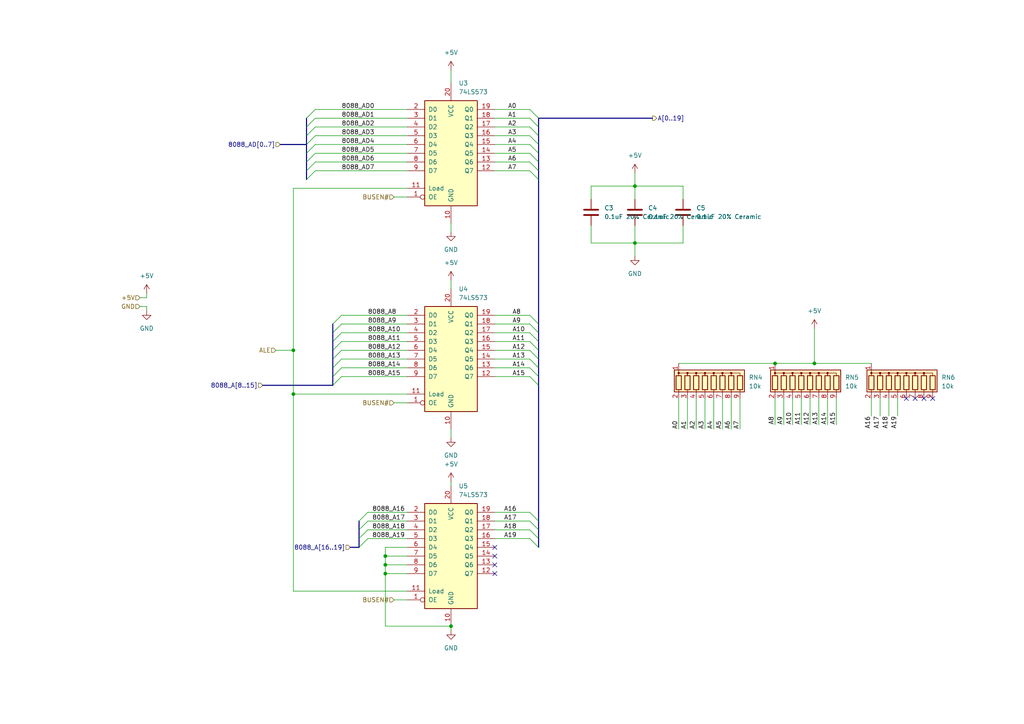
<source format=kicad_sch>
(kicad_sch
	(version 20231120)
	(generator "eeschema")
	(generator_version "8.0")
	(uuid "3aebc1a6-02ad-4da3-9a8a-cd90f5a5c714")
	(paper "A4")
	(lib_symbols
		(symbol "74xx:74LS573"
			(pin_names
				(offset 1.016)
			)
			(exclude_from_sim no)
			(in_bom yes)
			(on_board yes)
			(property "Reference" "U"
				(at -7.62 16.51 0)
				(effects
					(font
						(size 1.27 1.27)
					)
				)
			)
			(property "Value" "74LS573"
				(at -7.62 -16.51 0)
				(effects
					(font
						(size 1.27 1.27)
					)
				)
			)
			(property "Footprint" ""
				(at 0 0 0)
				(effects
					(font
						(size 1.27 1.27)
					)
					(hide yes)
				)
			)
			(property "Datasheet" "74xx/74hc573.pdf"
				(at 0 0 0)
				(effects
					(font
						(size 1.27 1.27)
					)
					(hide yes)
				)
			)
			(property "Description" "8-bit Latch 3-state outputs"
				(at 0 0 0)
				(effects
					(font
						(size 1.27 1.27)
					)
					(hide yes)
				)
			)
			(property "ki_locked" ""
				(at 0 0 0)
				(effects
					(font
						(size 1.27 1.27)
					)
				)
			)
			(property "ki_keywords" "TTL DFF DFF8 LATCH 3State"
				(at 0 0 0)
				(effects
					(font
						(size 1.27 1.27)
					)
					(hide yes)
				)
			)
			(property "ki_fp_filters" "DIP?20*"
				(at 0 0 0)
				(effects
					(font
						(size 1.27 1.27)
					)
					(hide yes)
				)
			)
			(symbol "74LS573_1_0"
				(pin input inverted
					(at -12.7 -12.7 0)
					(length 5.08)
					(name "OE"
						(effects
							(font
								(size 1.27 1.27)
							)
						)
					)
					(number "1"
						(effects
							(font
								(size 1.27 1.27)
							)
						)
					)
				)
				(pin power_in line
					(at 0 -20.32 90)
					(length 5.08)
					(name "GND"
						(effects
							(font
								(size 1.27 1.27)
							)
						)
					)
					(number "10"
						(effects
							(font
								(size 1.27 1.27)
							)
						)
					)
				)
				(pin input line
					(at -12.7 -10.16 0)
					(length 5.08)
					(name "Load"
						(effects
							(font
								(size 1.27 1.27)
							)
						)
					)
					(number "11"
						(effects
							(font
								(size 1.27 1.27)
							)
						)
					)
				)
				(pin tri_state line
					(at 12.7 -5.08 180)
					(length 5.08)
					(name "Q7"
						(effects
							(font
								(size 1.27 1.27)
							)
						)
					)
					(number "12"
						(effects
							(font
								(size 1.27 1.27)
							)
						)
					)
				)
				(pin tri_state line
					(at 12.7 -2.54 180)
					(length 5.08)
					(name "Q6"
						(effects
							(font
								(size 1.27 1.27)
							)
						)
					)
					(number "13"
						(effects
							(font
								(size 1.27 1.27)
							)
						)
					)
				)
				(pin tri_state line
					(at 12.7 0 180)
					(length 5.08)
					(name "Q5"
						(effects
							(font
								(size 1.27 1.27)
							)
						)
					)
					(number "14"
						(effects
							(font
								(size 1.27 1.27)
							)
						)
					)
				)
				(pin tri_state line
					(at 12.7 2.54 180)
					(length 5.08)
					(name "Q4"
						(effects
							(font
								(size 1.27 1.27)
							)
						)
					)
					(number "15"
						(effects
							(font
								(size 1.27 1.27)
							)
						)
					)
				)
				(pin tri_state line
					(at 12.7 5.08 180)
					(length 5.08)
					(name "Q3"
						(effects
							(font
								(size 1.27 1.27)
							)
						)
					)
					(number "16"
						(effects
							(font
								(size 1.27 1.27)
							)
						)
					)
				)
				(pin tri_state line
					(at 12.7 7.62 180)
					(length 5.08)
					(name "Q2"
						(effects
							(font
								(size 1.27 1.27)
							)
						)
					)
					(number "17"
						(effects
							(font
								(size 1.27 1.27)
							)
						)
					)
				)
				(pin tri_state line
					(at 12.7 10.16 180)
					(length 5.08)
					(name "Q1"
						(effects
							(font
								(size 1.27 1.27)
							)
						)
					)
					(number "18"
						(effects
							(font
								(size 1.27 1.27)
							)
						)
					)
				)
				(pin tri_state line
					(at 12.7 12.7 180)
					(length 5.08)
					(name "Q0"
						(effects
							(font
								(size 1.27 1.27)
							)
						)
					)
					(number "19"
						(effects
							(font
								(size 1.27 1.27)
							)
						)
					)
				)
				(pin input line
					(at -12.7 12.7 0)
					(length 5.08)
					(name "D0"
						(effects
							(font
								(size 1.27 1.27)
							)
						)
					)
					(number "2"
						(effects
							(font
								(size 1.27 1.27)
							)
						)
					)
				)
				(pin power_in line
					(at 0 20.32 270)
					(length 5.08)
					(name "VCC"
						(effects
							(font
								(size 1.27 1.27)
							)
						)
					)
					(number "20"
						(effects
							(font
								(size 1.27 1.27)
							)
						)
					)
				)
				(pin input line
					(at -12.7 10.16 0)
					(length 5.08)
					(name "D1"
						(effects
							(font
								(size 1.27 1.27)
							)
						)
					)
					(number "3"
						(effects
							(font
								(size 1.27 1.27)
							)
						)
					)
				)
				(pin input line
					(at -12.7 7.62 0)
					(length 5.08)
					(name "D2"
						(effects
							(font
								(size 1.27 1.27)
							)
						)
					)
					(number "4"
						(effects
							(font
								(size 1.27 1.27)
							)
						)
					)
				)
				(pin input line
					(at -12.7 5.08 0)
					(length 5.08)
					(name "D3"
						(effects
							(font
								(size 1.27 1.27)
							)
						)
					)
					(number "5"
						(effects
							(font
								(size 1.27 1.27)
							)
						)
					)
				)
				(pin input line
					(at -12.7 2.54 0)
					(length 5.08)
					(name "D4"
						(effects
							(font
								(size 1.27 1.27)
							)
						)
					)
					(number "6"
						(effects
							(font
								(size 1.27 1.27)
							)
						)
					)
				)
				(pin input line
					(at -12.7 0 0)
					(length 5.08)
					(name "D5"
						(effects
							(font
								(size 1.27 1.27)
							)
						)
					)
					(number "7"
						(effects
							(font
								(size 1.27 1.27)
							)
						)
					)
				)
				(pin input line
					(at -12.7 -2.54 0)
					(length 5.08)
					(name "D6"
						(effects
							(font
								(size 1.27 1.27)
							)
						)
					)
					(number "8"
						(effects
							(font
								(size 1.27 1.27)
							)
						)
					)
				)
				(pin input line
					(at -12.7 -5.08 0)
					(length 5.08)
					(name "D7"
						(effects
							(font
								(size 1.27 1.27)
							)
						)
					)
					(number "9"
						(effects
							(font
								(size 1.27 1.27)
							)
						)
					)
				)
			)
			(symbol "74LS573_1_1"
				(rectangle
					(start -7.62 15.24)
					(end 7.62 -15.24)
					(stroke
						(width 0.254)
						(type default)
					)
					(fill
						(type background)
					)
				)
			)
		)
		(symbol "Device:C"
			(pin_numbers hide)
			(pin_names
				(offset 0.254)
			)
			(exclude_from_sim no)
			(in_bom yes)
			(on_board yes)
			(property "Reference" "C"
				(at 0.635 2.54 0)
				(effects
					(font
						(size 1.27 1.27)
					)
					(justify left)
				)
			)
			(property "Value" "C"
				(at 0.635 -2.54 0)
				(effects
					(font
						(size 1.27 1.27)
					)
					(justify left)
				)
			)
			(property "Footprint" ""
				(at 0.9652 -3.81 0)
				(effects
					(font
						(size 1.27 1.27)
					)
					(hide yes)
				)
			)
			(property "Datasheet" "~"
				(at 0 0 0)
				(effects
					(font
						(size 1.27 1.27)
					)
					(hide yes)
				)
			)
			(property "Description" "Unpolarized capacitor"
				(at 0 0 0)
				(effects
					(font
						(size 1.27 1.27)
					)
					(hide yes)
				)
			)
			(property "ki_keywords" "cap capacitor"
				(at 0 0 0)
				(effects
					(font
						(size 1.27 1.27)
					)
					(hide yes)
				)
			)
			(property "ki_fp_filters" "C_*"
				(at 0 0 0)
				(effects
					(font
						(size 1.27 1.27)
					)
					(hide yes)
				)
			)
			(symbol "C_0_1"
				(polyline
					(pts
						(xy -2.032 -0.762) (xy 2.032 -0.762)
					)
					(stroke
						(width 0.508)
						(type default)
					)
					(fill
						(type none)
					)
				)
				(polyline
					(pts
						(xy -2.032 0.762) (xy 2.032 0.762)
					)
					(stroke
						(width 0.508)
						(type default)
					)
					(fill
						(type none)
					)
				)
			)
			(symbol "C_1_1"
				(pin passive line
					(at 0 3.81 270)
					(length 2.794)
					(name "~"
						(effects
							(font
								(size 1.27 1.27)
							)
						)
					)
					(number "1"
						(effects
							(font
								(size 1.27 1.27)
							)
						)
					)
				)
				(pin passive line
					(at 0 -3.81 90)
					(length 2.794)
					(name "~"
						(effects
							(font
								(size 1.27 1.27)
							)
						)
					)
					(number "2"
						(effects
							(font
								(size 1.27 1.27)
							)
						)
					)
				)
			)
		)
		(symbol "Device:R_Network08"
			(pin_names
				(offset 0) hide)
			(exclude_from_sim no)
			(in_bom yes)
			(on_board yes)
			(property "Reference" "RN"
				(at -12.7 0 90)
				(effects
					(font
						(size 1.27 1.27)
					)
				)
			)
			(property "Value" "R_Network08"
				(at 10.16 0 90)
				(effects
					(font
						(size 1.27 1.27)
					)
				)
			)
			(property "Footprint" "Resistor_THT:R_Array_SIP9"
				(at 12.065 0 90)
				(effects
					(font
						(size 1.27 1.27)
					)
					(hide yes)
				)
			)
			(property "Datasheet" "http://www.vishay.com/docs/31509/csc.pdf"
				(at 0 0 0)
				(effects
					(font
						(size 1.27 1.27)
					)
					(hide yes)
				)
			)
			(property "Description" "8 resistor network, star topology, bussed resistors, small symbol"
				(at 0 0 0)
				(effects
					(font
						(size 1.27 1.27)
					)
					(hide yes)
				)
			)
			(property "ki_keywords" "R network star-topology"
				(at 0 0 0)
				(effects
					(font
						(size 1.27 1.27)
					)
					(hide yes)
				)
			)
			(property "ki_fp_filters" "R?Array?SIP*"
				(at 0 0 0)
				(effects
					(font
						(size 1.27 1.27)
					)
					(hide yes)
				)
			)
			(symbol "R_Network08_0_1"
				(rectangle
					(start -11.43 -3.175)
					(end 8.89 3.175)
					(stroke
						(width 0.254)
						(type default)
					)
					(fill
						(type background)
					)
				)
				(rectangle
					(start -10.922 1.524)
					(end -9.398 -2.54)
					(stroke
						(width 0.254)
						(type default)
					)
					(fill
						(type none)
					)
				)
				(circle
					(center -10.16 2.286)
					(radius 0.254)
					(stroke
						(width 0)
						(type default)
					)
					(fill
						(type outline)
					)
				)
				(rectangle
					(start -8.382 1.524)
					(end -6.858 -2.54)
					(stroke
						(width 0.254)
						(type default)
					)
					(fill
						(type none)
					)
				)
				(circle
					(center -7.62 2.286)
					(radius 0.254)
					(stroke
						(width 0)
						(type default)
					)
					(fill
						(type outline)
					)
				)
				(rectangle
					(start -5.842 1.524)
					(end -4.318 -2.54)
					(stroke
						(width 0.254)
						(type default)
					)
					(fill
						(type none)
					)
				)
				(circle
					(center -5.08 2.286)
					(radius 0.254)
					(stroke
						(width 0)
						(type default)
					)
					(fill
						(type outline)
					)
				)
				(rectangle
					(start -3.302 1.524)
					(end -1.778 -2.54)
					(stroke
						(width 0.254)
						(type default)
					)
					(fill
						(type none)
					)
				)
				(circle
					(center -2.54 2.286)
					(radius 0.254)
					(stroke
						(width 0)
						(type default)
					)
					(fill
						(type outline)
					)
				)
				(rectangle
					(start -0.762 1.524)
					(end 0.762 -2.54)
					(stroke
						(width 0.254)
						(type default)
					)
					(fill
						(type none)
					)
				)
				(polyline
					(pts
						(xy -10.16 -2.54) (xy -10.16 -3.81)
					)
					(stroke
						(width 0)
						(type default)
					)
					(fill
						(type none)
					)
				)
				(polyline
					(pts
						(xy -7.62 -2.54) (xy -7.62 -3.81)
					)
					(stroke
						(width 0)
						(type default)
					)
					(fill
						(type none)
					)
				)
				(polyline
					(pts
						(xy -5.08 -2.54) (xy -5.08 -3.81)
					)
					(stroke
						(width 0)
						(type default)
					)
					(fill
						(type none)
					)
				)
				(polyline
					(pts
						(xy -2.54 -2.54) (xy -2.54 -3.81)
					)
					(stroke
						(width 0)
						(type default)
					)
					(fill
						(type none)
					)
				)
				(polyline
					(pts
						(xy 0 -2.54) (xy 0 -3.81)
					)
					(stroke
						(width 0)
						(type default)
					)
					(fill
						(type none)
					)
				)
				(polyline
					(pts
						(xy 2.54 -2.54) (xy 2.54 -3.81)
					)
					(stroke
						(width 0)
						(type default)
					)
					(fill
						(type none)
					)
				)
				(polyline
					(pts
						(xy 5.08 -2.54) (xy 5.08 -3.81)
					)
					(stroke
						(width 0)
						(type default)
					)
					(fill
						(type none)
					)
				)
				(polyline
					(pts
						(xy 7.62 -2.54) (xy 7.62 -3.81)
					)
					(stroke
						(width 0)
						(type default)
					)
					(fill
						(type none)
					)
				)
				(polyline
					(pts
						(xy -10.16 1.524) (xy -10.16 2.286) (xy -7.62 2.286) (xy -7.62 1.524)
					)
					(stroke
						(width 0)
						(type default)
					)
					(fill
						(type none)
					)
				)
				(polyline
					(pts
						(xy -7.62 1.524) (xy -7.62 2.286) (xy -5.08 2.286) (xy -5.08 1.524)
					)
					(stroke
						(width 0)
						(type default)
					)
					(fill
						(type none)
					)
				)
				(polyline
					(pts
						(xy -5.08 1.524) (xy -5.08 2.286) (xy -2.54 2.286) (xy -2.54 1.524)
					)
					(stroke
						(width 0)
						(type default)
					)
					(fill
						(type none)
					)
				)
				(polyline
					(pts
						(xy -2.54 1.524) (xy -2.54 2.286) (xy 0 2.286) (xy 0 1.524)
					)
					(stroke
						(width 0)
						(type default)
					)
					(fill
						(type none)
					)
				)
				(polyline
					(pts
						(xy 0 1.524) (xy 0 2.286) (xy 2.54 2.286) (xy 2.54 1.524)
					)
					(stroke
						(width 0)
						(type default)
					)
					(fill
						(type none)
					)
				)
				(polyline
					(pts
						(xy 2.54 1.524) (xy 2.54 2.286) (xy 5.08 2.286) (xy 5.08 1.524)
					)
					(stroke
						(width 0)
						(type default)
					)
					(fill
						(type none)
					)
				)
				(polyline
					(pts
						(xy 5.08 1.524) (xy 5.08 2.286) (xy 7.62 2.286) (xy 7.62 1.524)
					)
					(stroke
						(width 0)
						(type default)
					)
					(fill
						(type none)
					)
				)
				(circle
					(center 0 2.286)
					(radius 0.254)
					(stroke
						(width 0)
						(type default)
					)
					(fill
						(type outline)
					)
				)
				(rectangle
					(start 1.778 1.524)
					(end 3.302 -2.54)
					(stroke
						(width 0.254)
						(type default)
					)
					(fill
						(type none)
					)
				)
				(circle
					(center 2.54 2.286)
					(radius 0.254)
					(stroke
						(width 0)
						(type default)
					)
					(fill
						(type outline)
					)
				)
				(rectangle
					(start 4.318 1.524)
					(end 5.842 -2.54)
					(stroke
						(width 0.254)
						(type default)
					)
					(fill
						(type none)
					)
				)
				(circle
					(center 5.08 2.286)
					(radius 0.254)
					(stroke
						(width 0)
						(type default)
					)
					(fill
						(type outline)
					)
				)
				(rectangle
					(start 6.858 1.524)
					(end 8.382 -2.54)
					(stroke
						(width 0.254)
						(type default)
					)
					(fill
						(type none)
					)
				)
			)
			(symbol "R_Network08_1_1"
				(pin passive line
					(at -10.16 5.08 270)
					(length 2.54)
					(name "common"
						(effects
							(font
								(size 1.27 1.27)
							)
						)
					)
					(number "1"
						(effects
							(font
								(size 1.27 1.27)
							)
						)
					)
				)
				(pin passive line
					(at -10.16 -5.08 90)
					(length 1.27)
					(name "R1"
						(effects
							(font
								(size 1.27 1.27)
							)
						)
					)
					(number "2"
						(effects
							(font
								(size 1.27 1.27)
							)
						)
					)
				)
				(pin passive line
					(at -7.62 -5.08 90)
					(length 1.27)
					(name "R2"
						(effects
							(font
								(size 1.27 1.27)
							)
						)
					)
					(number "3"
						(effects
							(font
								(size 1.27 1.27)
							)
						)
					)
				)
				(pin passive line
					(at -5.08 -5.08 90)
					(length 1.27)
					(name "R3"
						(effects
							(font
								(size 1.27 1.27)
							)
						)
					)
					(number "4"
						(effects
							(font
								(size 1.27 1.27)
							)
						)
					)
				)
				(pin passive line
					(at -2.54 -5.08 90)
					(length 1.27)
					(name "R4"
						(effects
							(font
								(size 1.27 1.27)
							)
						)
					)
					(number "5"
						(effects
							(font
								(size 1.27 1.27)
							)
						)
					)
				)
				(pin passive line
					(at 0 -5.08 90)
					(length 1.27)
					(name "R5"
						(effects
							(font
								(size 1.27 1.27)
							)
						)
					)
					(number "6"
						(effects
							(font
								(size 1.27 1.27)
							)
						)
					)
				)
				(pin passive line
					(at 2.54 -5.08 90)
					(length 1.27)
					(name "R6"
						(effects
							(font
								(size 1.27 1.27)
							)
						)
					)
					(number "7"
						(effects
							(font
								(size 1.27 1.27)
							)
						)
					)
				)
				(pin passive line
					(at 5.08 -5.08 90)
					(length 1.27)
					(name "R7"
						(effects
							(font
								(size 1.27 1.27)
							)
						)
					)
					(number "8"
						(effects
							(font
								(size 1.27 1.27)
							)
						)
					)
				)
				(pin passive line
					(at 7.62 -5.08 90)
					(length 1.27)
					(name "R8"
						(effects
							(font
								(size 1.27 1.27)
							)
						)
					)
					(number "9"
						(effects
							(font
								(size 1.27 1.27)
							)
						)
					)
				)
			)
		)
		(symbol "power:+5V"
			(power)
			(pin_names
				(offset 0)
			)
			(exclude_from_sim no)
			(in_bom yes)
			(on_board yes)
			(property "Reference" "#PWR"
				(at 0 -3.81 0)
				(effects
					(font
						(size 1.27 1.27)
					)
					(hide yes)
				)
			)
			(property "Value" "+5V"
				(at 0 3.556 0)
				(effects
					(font
						(size 1.27 1.27)
					)
				)
			)
			(property "Footprint" ""
				(at 0 0 0)
				(effects
					(font
						(size 1.27 1.27)
					)
					(hide yes)
				)
			)
			(property "Datasheet" ""
				(at 0 0 0)
				(effects
					(font
						(size 1.27 1.27)
					)
					(hide yes)
				)
			)
			(property "Description" "Power symbol creates a global label with name \"+5V\""
				(at 0 0 0)
				(effects
					(font
						(size 1.27 1.27)
					)
					(hide yes)
				)
			)
			(property "ki_keywords" "global power"
				(at 0 0 0)
				(effects
					(font
						(size 1.27 1.27)
					)
					(hide yes)
				)
			)
			(symbol "+5V_0_1"
				(polyline
					(pts
						(xy -0.762 1.27) (xy 0 2.54)
					)
					(stroke
						(width 0)
						(type default)
					)
					(fill
						(type none)
					)
				)
				(polyline
					(pts
						(xy 0 0) (xy 0 2.54)
					)
					(stroke
						(width 0)
						(type default)
					)
					(fill
						(type none)
					)
				)
				(polyline
					(pts
						(xy 0 2.54) (xy 0.762 1.27)
					)
					(stroke
						(width 0)
						(type default)
					)
					(fill
						(type none)
					)
				)
			)
			(symbol "+5V_1_1"
				(pin power_in line
					(at 0 0 90)
					(length 0) hide
					(name "+5V"
						(effects
							(font
								(size 1.27 1.27)
							)
						)
					)
					(number "1"
						(effects
							(font
								(size 1.27 1.27)
							)
						)
					)
				)
			)
		)
		(symbol "power:GND"
			(power)
			(pin_names
				(offset 0)
			)
			(exclude_from_sim no)
			(in_bom yes)
			(on_board yes)
			(property "Reference" "#PWR"
				(at 0 -6.35 0)
				(effects
					(font
						(size 1.27 1.27)
					)
					(hide yes)
				)
			)
			(property "Value" "GND"
				(at 0 -3.81 0)
				(effects
					(font
						(size 1.27 1.27)
					)
				)
			)
			(property "Footprint" ""
				(at 0 0 0)
				(effects
					(font
						(size 1.27 1.27)
					)
					(hide yes)
				)
			)
			(property "Datasheet" ""
				(at 0 0 0)
				(effects
					(font
						(size 1.27 1.27)
					)
					(hide yes)
				)
			)
			(property "Description" "Power symbol creates a global label with name \"GND\" , ground"
				(at 0 0 0)
				(effects
					(font
						(size 1.27 1.27)
					)
					(hide yes)
				)
			)
			(property "ki_keywords" "global power"
				(at 0 0 0)
				(effects
					(font
						(size 1.27 1.27)
					)
					(hide yes)
				)
			)
			(symbol "GND_0_1"
				(polyline
					(pts
						(xy 0 0) (xy 0 -1.27) (xy 1.27 -1.27) (xy 0 -2.54) (xy -1.27 -1.27) (xy 0 -1.27)
					)
					(stroke
						(width 0)
						(type default)
					)
					(fill
						(type none)
					)
				)
			)
			(symbol "GND_1_1"
				(pin power_in line
					(at 0 0 270)
					(length 0) hide
					(name "GND"
						(effects
							(font
								(size 1.27 1.27)
							)
						)
					)
					(number "1"
						(effects
							(font
								(size 1.27 1.27)
							)
						)
					)
				)
			)
		)
	)
	(bus_alias "8088_A[8..15]"
		(members "A8" "A9" "A10" "A11" "A12" "A13" "A14" "A15")
	)
	(junction
		(at 111.76 163.83)
		(diameter 0)
		(color 0 0 0 0)
		(uuid "2d5756ad-de5c-4f54-86a4-ac59758db296")
	)
	(junction
		(at 184.15 53.975)
		(diameter 0)
		(color 0 0 0 0)
		(uuid "6401da22-c6e5-439b-93b9-2960c3b46c4f")
	)
	(junction
		(at 130.81 181.61)
		(diameter 0)
		(color 0 0 0 0)
		(uuid "6bafe45f-b191-4c75-8a77-cf1e17323225")
	)
	(junction
		(at 224.79 105.41)
		(diameter 0)
		(color 0 0 0 0)
		(uuid "74fc3dc0-761d-4391-ad84-01b9ac01bb9f")
	)
	(junction
		(at 111.76 161.29)
		(diameter 0)
		(color 0 0 0 0)
		(uuid "80a9c6cc-3bed-4ebf-a8d5-d7941505788a")
	)
	(junction
		(at 236.22 105.41)
		(diameter 0)
		(color 0 0 0 0)
		(uuid "85038dd7-b3af-4759-acca-d142f03376fe")
	)
	(junction
		(at 85.09 101.6)
		(diameter 0)
		(color 0 0 0 0)
		(uuid "996bff7e-795f-4826-b9a3-1e36d484726c")
	)
	(junction
		(at 111.76 166.37)
		(diameter 0)
		(color 0 0 0 0)
		(uuid "a737ee6c-e570-4ac5-8f54-26dd2a932d89")
	)
	(junction
		(at 85.09 114.3)
		(diameter 0)
		(color 0 0 0 0)
		(uuid "d1a89e44-e5c7-4665-b40f-ff4ca489ef47")
	)
	(junction
		(at 184.15 70.485)
		(diameter 0)
		(color 0 0 0 0)
		(uuid "e1f2923b-128d-4aa8-b440-4cf507eef826")
	)
	(no_connect
		(at 265.43 115.57)
		(uuid "18e9717f-052a-48a0-93ea-1043e0099fe3")
	)
	(no_connect
		(at 270.51 115.57)
		(uuid "2a0657bb-2ab0-44e7-9263-8d99bde4826e")
	)
	(no_connect
		(at 262.89 115.57)
		(uuid "3cfdcc0a-4c7e-4e3b-8539-3bb2736d6a58")
	)
	(no_connect
		(at 267.97 115.57)
		(uuid "45719651-58e5-4bd5-8fe8-8d7f27046a0d")
	)
	(no_connect
		(at 143.51 163.83)
		(uuid "855effdf-be47-47a9-a732-3968c88ad708")
	)
	(no_connect
		(at 143.51 158.75)
		(uuid "aab901ea-8c89-486f-a9a7-5d3dd7229ef1")
	)
	(no_connect
		(at 143.51 161.29)
		(uuid "d9cdba97-d660-4bad-a384-9c60f71e6a65")
	)
	(no_connect
		(at 143.51 166.37)
		(uuid "e668635a-63e3-49a3-8898-8c5d0fba73fa")
	)
	(bus_entry
		(at 96.52 104.14)
		(size 2.54 -2.54)
		(stroke
			(width 0)
			(type default)
		)
		(uuid "04808cac-bf61-466d-90d2-7daff09d012c")
	)
	(bus_entry
		(at 88.9 44.45)
		(size 2.54 -2.54)
		(stroke
			(width 0)
			(type default)
		)
		(uuid "0ddb002a-b7c0-4d96-afb0-b9d60760d537")
	)
	(bus_entry
		(at 153.67 104.14)
		(size 2.54 2.54)
		(stroke
			(width 0)
			(type default)
		)
		(uuid "21d3bba4-1414-4ec4-928a-3c6d8842d70f")
	)
	(bus_entry
		(at 88.9 46.99)
		(size 2.54 -2.54)
		(stroke
			(width 0)
			(type default)
		)
		(uuid "23310e3f-e951-4dfe-89d4-6c7f1022a01a")
	)
	(bus_entry
		(at 153.67 31.75)
		(size 2.54 2.54)
		(stroke
			(width 0)
			(type default)
		)
		(uuid "248294bd-354c-44a3-b1b2-e516fea66fc2")
	)
	(bus_entry
		(at 88.9 41.91)
		(size 2.54 -2.54)
		(stroke
			(width 0)
			(type default)
		)
		(uuid "25600a2f-2e7a-4314-9d2a-c43c7c0285bb")
	)
	(bus_entry
		(at 104.14 158.75)
		(size 2.54 -2.54)
		(stroke
			(width 0)
			(type default)
		)
		(uuid "29507194-1337-478f-a341-d2df76809d3f")
	)
	(bus_entry
		(at 153.67 106.68)
		(size 2.54 2.54)
		(stroke
			(width 0)
			(type default)
		)
		(uuid "29605847-7d4c-42d7-bb7d-07e87799edb1")
	)
	(bus_entry
		(at 153.67 101.6)
		(size 2.54 2.54)
		(stroke
			(width 0)
			(type default)
		)
		(uuid "2cc7bf0a-e400-4a0a-adf3-7b3481513e79")
	)
	(bus_entry
		(at 153.67 151.13)
		(size 2.54 2.54)
		(stroke
			(width 0)
			(type default)
		)
		(uuid "32af274d-3519-4f6b-a2bb-12c32d10ad60")
	)
	(bus_entry
		(at 104.14 151.13)
		(size 2.54 -2.54)
		(stroke
			(width 0)
			(type default)
		)
		(uuid "37047ff0-2073-4fda-b4c4-88d92c625962")
	)
	(bus_entry
		(at 153.67 41.91)
		(size 2.54 2.54)
		(stroke
			(width 0)
			(type default)
		)
		(uuid "43769b05-dcde-4c46-bb06-64f3a879bcf8")
	)
	(bus_entry
		(at 88.9 34.29)
		(size 2.54 -2.54)
		(stroke
			(width 0)
			(type default)
		)
		(uuid "45e72232-b1f3-4873-83d5-599161006207")
	)
	(bus_entry
		(at 153.67 96.52)
		(size 2.54 2.54)
		(stroke
			(width 0)
			(type default)
		)
		(uuid "4a3c88bf-7e69-4a06-a126-052969727905")
	)
	(bus_entry
		(at 153.67 36.83)
		(size 2.54 2.54)
		(stroke
			(width 0)
			(type default)
		)
		(uuid "5620b3b5-6686-470b-8d49-8911659983ba")
	)
	(bus_entry
		(at 153.67 91.44)
		(size 2.54 2.54)
		(stroke
			(width 0)
			(type default)
		)
		(uuid "5b8a752d-9fb6-4ff4-a4e1-59121710648c")
	)
	(bus_entry
		(at 88.9 52.07)
		(size 2.54 -2.54)
		(stroke
			(width 0)
			(type default)
		)
		(uuid "5d4e2abd-cac6-43f6-9cce-ff775ae640df")
	)
	(bus_entry
		(at 153.67 44.45)
		(size 2.54 2.54)
		(stroke
			(width 0)
			(type default)
		)
		(uuid "6c12d873-fba0-47aa-963b-bccfb65ad74b")
	)
	(bus_entry
		(at 153.67 99.06)
		(size 2.54 2.54)
		(stroke
			(width 0)
			(type default)
		)
		(uuid "71972000-43f0-4ae3-b0ab-58364d341e3a")
	)
	(bus_entry
		(at 96.52 93.98)
		(size 2.54 -2.54)
		(stroke
			(width 0)
			(type default)
		)
		(uuid "7841b47c-5c38-4e0b-92be-8bf704d1a897")
	)
	(bus_entry
		(at 153.67 93.98)
		(size 2.54 2.54)
		(stroke
			(width 0)
			(type default)
		)
		(uuid "796f7021-d562-4683-8ec3-01691f9ad985")
	)
	(bus_entry
		(at 153.67 153.67)
		(size 2.54 2.54)
		(stroke
			(width 0)
			(type default)
		)
		(uuid "7ca798ef-20b4-42ba-9832-0c13b4457ce8")
	)
	(bus_entry
		(at 153.67 148.59)
		(size 2.54 2.54)
		(stroke
			(width 0)
			(type default)
		)
		(uuid "7e3214ed-7e3a-4b52-8ed3-8c98f3b8cb0d")
	)
	(bus_entry
		(at 88.9 36.83)
		(size 2.54 -2.54)
		(stroke
			(width 0)
			(type default)
		)
		(uuid "88e04062-d1be-43b6-8b0f-1566820ec0b7")
	)
	(bus_entry
		(at 153.67 156.21)
		(size 2.54 2.54)
		(stroke
			(width 0)
			(type default)
		)
		(uuid "8d90bd6f-5863-405c-aac9-30cdc2a2a68f")
	)
	(bus_entry
		(at 153.67 49.53)
		(size 2.54 2.54)
		(stroke
			(width 0)
			(type default)
		)
		(uuid "8f1c4292-9b84-45da-9884-f57e37d59e4e")
	)
	(bus_entry
		(at 153.67 109.22)
		(size 2.54 2.54)
		(stroke
			(width 0)
			(type default)
		)
		(uuid "907d9bce-3df5-4c9e-8c47-2b816d8a9f3e")
	)
	(bus_entry
		(at 96.52 106.68)
		(size 2.54 -2.54)
		(stroke
			(width 0)
			(type default)
		)
		(uuid "976fd8df-d570-4651-a22b-23cd704a4c92")
	)
	(bus_entry
		(at 153.67 46.99)
		(size 2.54 2.54)
		(stroke
			(width 0)
			(type default)
		)
		(uuid "a2bd24e2-3061-4091-9a95-a9d4cffdab85")
	)
	(bus_entry
		(at 153.67 34.29)
		(size 2.54 2.54)
		(stroke
			(width 0)
			(type default)
		)
		(uuid "aa3c0226-77af-4029-bf7a-fa669de8d860")
	)
	(bus_entry
		(at 96.52 99.06)
		(size 2.54 -2.54)
		(stroke
			(width 0)
			(type default)
		)
		(uuid "ac032ade-27c4-4aee-82ea-211c88bf6f00")
	)
	(bus_entry
		(at 96.52 111.76)
		(size 2.54 -2.54)
		(stroke
			(width 0)
			(type default)
		)
		(uuid "ad2575ca-dd38-480b-84fc-dd2953d3254f")
	)
	(bus_entry
		(at 96.52 109.22)
		(size 2.54 -2.54)
		(stroke
			(width 0)
			(type default)
		)
		(uuid "c0fdf6f8-4d9b-49a0-9021-6267342f766a")
	)
	(bus_entry
		(at 96.52 101.6)
		(size 2.54 -2.54)
		(stroke
			(width 0)
			(type default)
		)
		(uuid "c1d2d8da-058c-4309-be2d-d855845f3d8f")
	)
	(bus_entry
		(at 96.52 96.52)
		(size 2.54 -2.54)
		(stroke
			(width 0)
			(type default)
		)
		(uuid "d4a3a610-d028-46d8-979c-c55a30dba47c")
	)
	(bus_entry
		(at 88.9 39.37)
		(size 2.54 -2.54)
		(stroke
			(width 0)
			(type default)
		)
		(uuid "e4a19ba5-82fd-4637-bb9b-3cdaf29a52be")
	)
	(bus_entry
		(at 104.14 156.21)
		(size 2.54 -2.54)
		(stroke
			(width 0)
			(type default)
		)
		(uuid "eb731a36-814a-4f0f-a1de-2a4080fe1618")
	)
	(bus_entry
		(at 104.14 153.67)
		(size 2.54 -2.54)
		(stroke
			(width 0)
			(type default)
		)
		(uuid "f7614c29-2230-423a-a766-646f6cd6dbdb")
	)
	(bus_entry
		(at 88.9 49.53)
		(size 2.54 -2.54)
		(stroke
			(width 0)
			(type default)
		)
		(uuid "f8f56d86-4101-4e68-a385-d2d2a05e80a1")
	)
	(bus_entry
		(at 153.67 39.37)
		(size 2.54 2.54)
		(stroke
			(width 0)
			(type default)
		)
		(uuid "feb3f6a0-d9bc-4980-a3aa-f671d99076a8")
	)
	(bus
		(pts
			(xy 156.21 106.68) (xy 156.21 104.14)
		)
		(stroke
			(width 0)
			(type default)
		)
		(uuid "00e12d6e-f713-4fe8-8c1c-ccb0768f54b4")
	)
	(wire
		(pts
			(xy 143.51 91.44) (xy 153.67 91.44)
		)
		(stroke
			(width 0)
			(type default)
		)
		(uuid "019ce3e3-c800-4040-9713-94921f17697e")
	)
	(wire
		(pts
			(xy 143.51 34.29) (xy 153.67 34.29)
		)
		(stroke
			(width 0)
			(type default)
		)
		(uuid "056a9fe5-1a0e-4a22-a610-14c62acf4d2c")
	)
	(bus
		(pts
			(xy 88.9 36.83) (xy 88.9 39.37)
		)
		(stroke
			(width 0)
			(type default)
		)
		(uuid "08adfa91-e2cb-4f70-9fcd-710a5595c087")
	)
	(wire
		(pts
			(xy 40.64 88.9) (xy 42.545 88.9)
		)
		(stroke
			(width 0)
			(type default)
		)
		(uuid "0b2115ed-1d85-4964-8218-2727db7b1d7e")
	)
	(wire
		(pts
			(xy 130.81 64.77) (xy 130.81 67.31)
		)
		(stroke
			(width 0)
			(type default)
		)
		(uuid "0b2548d5-4213-4fcf-9518-786a08996642")
	)
	(bus
		(pts
			(xy 156.21 153.67) (xy 156.21 151.13)
		)
		(stroke
			(width 0)
			(type default)
		)
		(uuid "0bd58b64-8e18-4e95-a859-0b14f3d07ed6")
	)
	(wire
		(pts
			(xy 111.76 166.37) (xy 118.11 166.37)
		)
		(stroke
			(width 0)
			(type default)
		)
		(uuid "0ca5015f-301d-4703-8b8d-9dea5102a3a1")
	)
	(wire
		(pts
			(xy 130.81 81.28) (xy 130.81 83.82)
		)
		(stroke
			(width 0)
			(type default)
		)
		(uuid "0f50b3e0-d2ac-4c28-ad5f-5f7d4202e1fa")
	)
	(bus
		(pts
			(xy 88.9 46.99) (xy 88.9 49.53)
		)
		(stroke
			(width 0)
			(type default)
		)
		(uuid "105f5c8e-96ac-4ad3-99ac-a8c8fa58c096")
	)
	(wire
		(pts
			(xy 91.44 49.53) (xy 118.11 49.53)
		)
		(stroke
			(width 0)
			(type default)
		)
		(uuid "127d32d6-65a3-4023-9e55-a079b55e913b")
	)
	(wire
		(pts
			(xy 114.3 57.15) (xy 118.11 57.15)
		)
		(stroke
			(width 0)
			(type default)
		)
		(uuid "12f67550-ea61-46d7-a045-487bc5754af9")
	)
	(wire
		(pts
			(xy 111.76 161.29) (xy 118.11 161.29)
		)
		(stroke
			(width 0)
			(type default)
		)
		(uuid "14e2c305-7e16-4131-a34b-1201b2844676")
	)
	(wire
		(pts
			(xy 143.51 99.06) (xy 153.67 99.06)
		)
		(stroke
			(width 0)
			(type default)
		)
		(uuid "1820f387-34b3-49be-9e55-83134db65f11")
	)
	(wire
		(pts
			(xy 99.06 106.68) (xy 118.11 106.68)
		)
		(stroke
			(width 0)
			(type default)
		)
		(uuid "198e4dd4-20a0-4573-abc0-75cc58c29195")
	)
	(bus
		(pts
			(xy 156.21 111.76) (xy 156.21 109.22)
		)
		(stroke
			(width 0)
			(type default)
		)
		(uuid "1b544b34-e810-42e1-9ea7-fc60f482a69f")
	)
	(wire
		(pts
			(xy 143.51 109.22) (xy 153.67 109.22)
		)
		(stroke
			(width 0)
			(type default)
		)
		(uuid "223d6c44-691a-4d22-a7cc-3100061cb0f1")
	)
	(wire
		(pts
			(xy 184.15 50.165) (xy 184.15 53.975)
		)
		(stroke
			(width 0)
			(type default)
		)
		(uuid "226e77b1-aff9-49f3-ad60-0c1c4825ac15")
	)
	(bus
		(pts
			(xy 104.14 153.67) (xy 104.14 156.21)
		)
		(stroke
			(width 0)
			(type default)
		)
		(uuid "29a01f93-75de-47b2-8c3f-f5a28d440dd1")
	)
	(bus
		(pts
			(xy 96.52 99.06) (xy 96.52 101.6)
		)
		(stroke
			(width 0)
			(type default)
		)
		(uuid "2a98d42f-7602-40d2-9504-e364c51f303b")
	)
	(wire
		(pts
			(xy 143.51 44.45) (xy 153.67 44.45)
		)
		(stroke
			(width 0)
			(type default)
		)
		(uuid "2e930f65-791e-4b52-92d1-2ffabf914f50")
	)
	(bus
		(pts
			(xy 156.21 41.91) (xy 156.21 39.37)
		)
		(stroke
			(width 0)
			(type default)
		)
		(uuid "33ec62ba-29bf-41fa-9e34-ca804289fbd5")
	)
	(wire
		(pts
			(xy 91.44 36.83) (xy 118.11 36.83)
		)
		(stroke
			(width 0)
			(type default)
		)
		(uuid "3406fbc0-3cca-4ff2-a0fb-245d71278653")
	)
	(wire
		(pts
			(xy 130.81 139.7) (xy 130.81 140.97)
		)
		(stroke
			(width 0)
			(type default)
		)
		(uuid "34a9e2d1-47e6-4ee5-99c1-c93e92e5bda5")
	)
	(wire
		(pts
			(xy 106.68 153.67) (xy 118.11 153.67)
		)
		(stroke
			(width 0)
			(type default)
		)
		(uuid "3530b39c-e009-4081-9742-a4047a83f243")
	)
	(bus
		(pts
			(xy 156.21 34.29) (xy 189.23 34.29)
		)
		(stroke
			(width 0)
			(type default)
		)
		(uuid "36a3f007-f10f-447b-9e3b-b9041f72fe43")
	)
	(wire
		(pts
			(xy 143.51 151.13) (xy 153.67 151.13)
		)
		(stroke
			(width 0)
			(type default)
		)
		(uuid "36d42d51-2187-441c-b8fe-d9df56fc9247")
	)
	(wire
		(pts
			(xy 106.68 148.59) (xy 118.11 148.59)
		)
		(stroke
			(width 0)
			(type default)
		)
		(uuid "3abfb5f0-be56-41a4-9d42-cc7ec81421c5")
	)
	(wire
		(pts
			(xy 85.09 171.45) (xy 118.11 171.45)
		)
		(stroke
			(width 0)
			(type default)
		)
		(uuid "3c11db55-3dcc-4840-ba9e-e43dd034d320")
	)
	(wire
		(pts
			(xy 184.15 70.485) (xy 198.12 70.485)
		)
		(stroke
			(width 0)
			(type default)
		)
		(uuid "3fe9030e-c7cd-450b-8fa3-59cffda11746")
	)
	(bus
		(pts
			(xy 156.21 156.21) (xy 156.21 153.67)
		)
		(stroke
			(width 0)
			(type default)
		)
		(uuid "42af9d23-cccc-4ae4-8028-6213368fc64a")
	)
	(wire
		(pts
			(xy 237.49 115.57) (xy 237.49 123.19)
		)
		(stroke
			(width 0)
			(type default)
		)
		(uuid "43cabacd-34ab-4a3f-ad9f-e22edc077ca1")
	)
	(wire
		(pts
			(xy 236.22 105.41) (xy 252.73 105.41)
		)
		(stroke
			(width 0)
			(type default)
		)
		(uuid "44025fcf-869b-48b6-bb7e-4bfffe31d16a")
	)
	(bus
		(pts
			(xy 88.9 34.29) (xy 88.9 36.83)
		)
		(stroke
			(width 0)
			(type default)
		)
		(uuid "45343574-7968-473e-80e7-9c497935c53a")
	)
	(wire
		(pts
			(xy 143.51 96.52) (xy 153.67 96.52)
		)
		(stroke
			(width 0)
			(type default)
		)
		(uuid "475f71ba-f5c4-4a1b-a94b-88f07bbbf5c0")
	)
	(wire
		(pts
			(xy 106.68 151.13) (xy 118.11 151.13)
		)
		(stroke
			(width 0)
			(type default)
		)
		(uuid "4aef0471-0981-4af7-85ca-23029bc275b9")
	)
	(wire
		(pts
			(xy 85.09 114.3) (xy 118.11 114.3)
		)
		(stroke
			(width 0)
			(type default)
		)
		(uuid "4fe75f8a-d6ac-47de-af77-4a5df3e8de88")
	)
	(bus
		(pts
			(xy 81.28 41.91) (xy 88.9 41.91)
		)
		(stroke
			(width 0)
			(type default)
		)
		(uuid "503bd489-7faf-4bc3-831d-a2ec4f3a193f")
	)
	(wire
		(pts
			(xy 106.68 156.21) (xy 118.11 156.21)
		)
		(stroke
			(width 0)
			(type default)
		)
		(uuid "516552b7-1daf-4d5f-b09e-6eef31a2da0a")
	)
	(bus
		(pts
			(xy 96.52 104.14) (xy 96.52 106.68)
		)
		(stroke
			(width 0)
			(type default)
		)
		(uuid "528aed74-603f-4f21-9640-6a44e59dcea7")
	)
	(wire
		(pts
			(xy 99.06 93.98) (xy 118.11 93.98)
		)
		(stroke
			(width 0)
			(type default)
		)
		(uuid "52e75e8f-7acc-46f5-b48c-aa1592598688")
	)
	(wire
		(pts
			(xy 260.35 115.57) (xy 260.35 120.65)
		)
		(stroke
			(width 0)
			(type default)
		)
		(uuid "55d89635-6304-437f-aa18-02d2024143d2")
	)
	(wire
		(pts
			(xy 242.57 115.57) (xy 242.57 123.19)
		)
		(stroke
			(width 0)
			(type default)
		)
		(uuid "570accd0-b5d4-4976-987d-97a808ef12df")
	)
	(wire
		(pts
			(xy 111.76 163.83) (xy 111.76 166.37)
		)
		(stroke
			(width 0)
			(type default)
		)
		(uuid "594fb65c-907f-4ecf-ba74-6623e9d33a5d")
	)
	(wire
		(pts
			(xy 201.93 115.57) (xy 201.93 124.46)
		)
		(stroke
			(width 0)
			(type default)
		)
		(uuid "599c49e3-c37c-4a51-9aa7-80bfb27761c1")
	)
	(wire
		(pts
			(xy 91.44 31.75) (xy 118.11 31.75)
		)
		(stroke
			(width 0)
			(type default)
		)
		(uuid "5aa26fb1-df42-4caa-acc6-6ca2e2d7b011")
	)
	(wire
		(pts
			(xy 111.76 161.29) (xy 111.76 163.83)
		)
		(stroke
			(width 0)
			(type default)
		)
		(uuid "5c4f4af7-0778-413f-9ad9-46e2d3c9085e")
	)
	(wire
		(pts
			(xy 99.06 91.44) (xy 118.11 91.44)
		)
		(stroke
			(width 0)
			(type default)
		)
		(uuid "5c670fe1-acba-43ee-910d-33aaef7518f6")
	)
	(wire
		(pts
			(xy 184.15 65.405) (xy 184.15 70.485)
		)
		(stroke
			(width 0)
			(type default)
		)
		(uuid "5c6fa3a9-6dce-46ea-a493-6f67b0f331cb")
	)
	(bus
		(pts
			(xy 156.21 36.83) (xy 156.21 34.29)
		)
		(stroke
			(width 0)
			(type default)
		)
		(uuid "5cba2a5e-4e46-46e3-8cd4-dc14274270b2")
	)
	(wire
		(pts
			(xy 240.03 115.57) (xy 240.03 123.19)
		)
		(stroke
			(width 0)
			(type default)
		)
		(uuid "5cf6b4e3-8ff9-4658-8b81-931331d9e47f")
	)
	(wire
		(pts
			(xy 91.44 39.37) (xy 118.11 39.37)
		)
		(stroke
			(width 0)
			(type default)
		)
		(uuid "5eff3be8-19ad-4bf3-8193-b855c7a84e08")
	)
	(wire
		(pts
			(xy 227.33 115.57) (xy 227.33 123.19)
		)
		(stroke
			(width 0)
			(type default)
		)
		(uuid "5f4199e7-3f36-4112-979f-2274c80d1ccc")
	)
	(wire
		(pts
			(xy 184.15 53.975) (xy 171.45 53.975)
		)
		(stroke
			(width 0)
			(type default)
		)
		(uuid "623f9fab-3ddc-4421-b105-cc634af926ec")
	)
	(wire
		(pts
			(xy 199.39 115.57) (xy 199.39 124.46)
		)
		(stroke
			(width 0)
			(type default)
		)
		(uuid "62b0ba1f-2863-4599-b60c-57b7dd2fefe4")
	)
	(bus
		(pts
			(xy 101.6 158.75) (xy 104.14 158.75)
		)
		(stroke
			(width 0)
			(type default)
		)
		(uuid "68cbda52-686f-40d5-86be-fab667c8215a")
	)
	(bus
		(pts
			(xy 88.9 49.53) (xy 88.9 52.07)
		)
		(stroke
			(width 0)
			(type default)
		)
		(uuid "699d28ea-8a11-4d79-9019-e1c45a33ba68")
	)
	(wire
		(pts
			(xy 143.51 46.99) (xy 153.67 46.99)
		)
		(stroke
			(width 0)
			(type default)
		)
		(uuid "6a430328-f225-4d9d-b321-aef8b0ab05d5")
	)
	(wire
		(pts
			(xy 143.51 41.91) (xy 153.67 41.91)
		)
		(stroke
			(width 0)
			(type default)
		)
		(uuid "6a63d778-63ac-405b-bc40-09f5f5a2b795")
	)
	(wire
		(pts
			(xy 143.51 153.67) (xy 153.67 153.67)
		)
		(stroke
			(width 0)
			(type default)
		)
		(uuid "6ca3e6e0-9987-4ddb-9510-a59dac9e8ac5")
	)
	(bus
		(pts
			(xy 96.52 106.68) (xy 96.52 109.22)
		)
		(stroke
			(width 0)
			(type default)
		)
		(uuid "6d75c5f5-48bf-451b-a6bb-6235515a7cb4")
	)
	(wire
		(pts
			(xy 198.12 53.975) (xy 198.12 57.785)
		)
		(stroke
			(width 0)
			(type default)
		)
		(uuid "6deb97b4-d1f6-4157-a615-b05e9e6efd4c")
	)
	(wire
		(pts
			(xy 143.51 93.98) (xy 153.67 93.98)
		)
		(stroke
			(width 0)
			(type default)
		)
		(uuid "6e7ed769-fee8-45d7-9fa9-e41ff9f4d953")
	)
	(wire
		(pts
			(xy 143.51 49.53) (xy 153.67 49.53)
		)
		(stroke
			(width 0)
			(type default)
		)
		(uuid "6e8ae15f-2f47-4025-b636-5dd43ad9bbc4")
	)
	(wire
		(pts
			(xy 85.09 114.3) (xy 85.09 171.45)
		)
		(stroke
			(width 0)
			(type default)
		)
		(uuid "6f5be2a3-12bc-4cf1-9279-b116b9d87921")
	)
	(wire
		(pts
			(xy 130.81 20.32) (xy 130.81 24.13)
		)
		(stroke
			(width 0)
			(type default)
		)
		(uuid "6ff81957-241b-4a48-beba-287c9ae03233")
	)
	(bus
		(pts
			(xy 156.21 104.14) (xy 156.21 101.6)
		)
		(stroke
			(width 0)
			(type default)
		)
		(uuid "70d9c3a0-4802-41ca-89b5-e93a64207734")
	)
	(wire
		(pts
			(xy 85.09 101.6) (xy 85.09 54.61)
		)
		(stroke
			(width 0)
			(type default)
		)
		(uuid "727b1d71-3e84-416d-ae87-8b9204d23e8f")
	)
	(wire
		(pts
			(xy 224.79 115.57) (xy 224.79 123.19)
		)
		(stroke
			(width 0)
			(type default)
		)
		(uuid "73bba64c-e41c-47d6-a8e7-21ee6933e990")
	)
	(wire
		(pts
			(xy 85.09 101.6) (xy 85.09 114.3)
		)
		(stroke
			(width 0)
			(type default)
		)
		(uuid "757f8964-f616-4b17-8d5d-496d0ca47d28")
	)
	(wire
		(pts
			(xy 209.55 115.57) (xy 209.55 124.46)
		)
		(stroke
			(width 0)
			(type default)
		)
		(uuid "75feef4f-90d8-4efe-afaf-c9c86eecfc1c")
	)
	(wire
		(pts
			(xy 91.44 44.45) (xy 118.11 44.45)
		)
		(stroke
			(width 0)
			(type default)
		)
		(uuid "77454f10-9b6d-40d8-a93f-a65f5250c62b")
	)
	(wire
		(pts
			(xy 171.45 53.975) (xy 171.45 57.785)
		)
		(stroke
			(width 0)
			(type default)
		)
		(uuid "77dfc33a-ada0-4862-8ed2-14685c20ae6e")
	)
	(wire
		(pts
			(xy 99.06 96.52) (xy 118.11 96.52)
		)
		(stroke
			(width 0)
			(type default)
		)
		(uuid "7837b4fe-9054-41de-ab1f-6207fde1a127")
	)
	(wire
		(pts
			(xy 99.06 104.14) (xy 118.11 104.14)
		)
		(stroke
			(width 0)
			(type default)
		)
		(uuid "7ba9bc2a-babd-4ee1-96da-1d779957ce53")
	)
	(wire
		(pts
			(xy 255.27 115.57) (xy 255.27 120.65)
		)
		(stroke
			(width 0)
			(type default)
		)
		(uuid "7c484ed6-9549-44e5-9124-411607b1cc9e")
	)
	(wire
		(pts
			(xy 207.01 115.57) (xy 207.01 124.46)
		)
		(stroke
			(width 0)
			(type default)
		)
		(uuid "7df1e503-a623-4c5b-a935-f065a66a74e4")
	)
	(wire
		(pts
			(xy 143.51 39.37) (xy 153.67 39.37)
		)
		(stroke
			(width 0)
			(type default)
		)
		(uuid "7ee27174-151a-4f24-9185-b764e51c43d5")
	)
	(wire
		(pts
			(xy 42.545 88.9) (xy 42.545 90.17)
		)
		(stroke
			(width 0)
			(type default)
		)
		(uuid "809b8e78-d9d3-4505-8b44-24b10f5e3a82")
	)
	(wire
		(pts
			(xy 114.3 116.84) (xy 118.11 116.84)
		)
		(stroke
			(width 0)
			(type default)
		)
		(uuid "8421eef0-099e-4c67-99f6-b5b5396b4098")
	)
	(wire
		(pts
			(xy 99.06 109.22) (xy 118.11 109.22)
		)
		(stroke
			(width 0)
			(type default)
		)
		(uuid "86ea6923-d732-47d6-b05e-5420bcf1b3cf")
	)
	(wire
		(pts
			(xy 114.3 173.99) (xy 118.11 173.99)
		)
		(stroke
			(width 0)
			(type default)
		)
		(uuid "871fc431-b6f6-4de2-a92e-ecd8a14f3fa1")
	)
	(bus
		(pts
			(xy 156.21 96.52) (xy 156.21 93.98)
		)
		(stroke
			(width 0)
			(type default)
		)
		(uuid "89fe0b53-7392-4cf2-8495-be39b1b21a8d")
	)
	(wire
		(pts
			(xy 118.11 158.75) (xy 111.76 158.75)
		)
		(stroke
			(width 0)
			(type default)
		)
		(uuid "8b13d94b-b523-4cad-bad1-d38a7c98f3bc")
	)
	(wire
		(pts
			(xy 99.06 99.06) (xy 118.11 99.06)
		)
		(stroke
			(width 0)
			(type default)
		)
		(uuid "8b6c8169-0800-415a-b480-5f7870dfe9c9")
	)
	(wire
		(pts
			(xy 80.01 101.6) (xy 85.09 101.6)
		)
		(stroke
			(width 0)
			(type default)
		)
		(uuid "8cb54c7d-9574-462f-bc8c-96a3a7c7d7b4")
	)
	(bus
		(pts
			(xy 156.21 44.45) (xy 156.21 41.91)
		)
		(stroke
			(width 0)
			(type default)
		)
		(uuid "91918257-80d9-4fad-ac86-64157270ec54")
	)
	(bus
		(pts
			(xy 96.52 109.22) (xy 96.52 111.76)
		)
		(stroke
			(width 0)
			(type default)
		)
		(uuid "91fa718c-a0c6-4e88-881f-bba242d379f6")
	)
	(wire
		(pts
			(xy 143.51 148.59) (xy 153.67 148.59)
		)
		(stroke
			(width 0)
			(type default)
		)
		(uuid "948104ca-b2bf-45a3-9924-268ab17e16cd")
	)
	(wire
		(pts
			(xy 171.45 70.485) (xy 184.15 70.485)
		)
		(stroke
			(width 0)
			(type default)
		)
		(uuid "965eb92e-0739-4c2d-8bd2-6f837fcfcd25")
	)
	(bus
		(pts
			(xy 156.21 99.06) (xy 156.21 96.52)
		)
		(stroke
			(width 0)
			(type default)
		)
		(uuid "993269f9-843e-4bec-83af-b5bf1e8f4e06")
	)
	(wire
		(pts
			(xy 198.12 70.485) (xy 198.12 65.405)
		)
		(stroke
			(width 0)
			(type default)
		)
		(uuid "9bdffacd-6f87-41ed-8b89-e033c5cfdaa3")
	)
	(wire
		(pts
			(xy 91.44 41.91) (xy 118.11 41.91)
		)
		(stroke
			(width 0)
			(type default)
		)
		(uuid "9c94a150-038a-4cab-a0d9-f82fece75fa0")
	)
	(bus
		(pts
			(xy 104.14 151.13) (xy 104.14 153.67)
		)
		(stroke
			(width 0)
			(type default)
		)
		(uuid "9f19e4cc-6d51-4fd4-bf63-345cfc7f9065")
	)
	(bus
		(pts
			(xy 156.21 39.37) (xy 156.21 36.83)
		)
		(stroke
			(width 0)
			(type default)
		)
		(uuid "a04affd5-d396-40ea-b40d-8f302f0fea24")
	)
	(wire
		(pts
			(xy 42.545 86.36) (xy 40.64 86.36)
		)
		(stroke
			(width 0)
			(type default)
		)
		(uuid "a17aaee6-8b2c-40b7-ae9c-9daac8b5440f")
	)
	(wire
		(pts
			(xy 252.73 115.57) (xy 252.73 120.65)
		)
		(stroke
			(width 0)
			(type default)
		)
		(uuid "a5e9cd3d-4f45-466b-8c97-56cc670f5813")
	)
	(wire
		(pts
			(xy 42.545 86.36) (xy 42.545 85.09)
		)
		(stroke
			(width 0)
			(type default)
		)
		(uuid "a65cd757-fc3d-437f-8ada-fc900c6aa1b2")
	)
	(bus
		(pts
			(xy 88.9 41.91) (xy 88.9 44.45)
		)
		(stroke
			(width 0)
			(type default)
		)
		(uuid "a84ca0ab-9c85-453a-ba75-707ed988caa0")
	)
	(wire
		(pts
			(xy 143.51 156.21) (xy 153.67 156.21)
		)
		(stroke
			(width 0)
			(type default)
		)
		(uuid "aa87b5dc-1637-44c3-af39-e4cde40fbc61")
	)
	(wire
		(pts
			(xy 143.51 104.14) (xy 153.67 104.14)
		)
		(stroke
			(width 0)
			(type default)
		)
		(uuid "ae12ed1d-afaf-4898-a3c4-9cfd9bce7b64")
	)
	(wire
		(pts
			(xy 234.95 115.57) (xy 234.95 123.19)
		)
		(stroke
			(width 0)
			(type default)
		)
		(uuid "aec8f6dc-9b1f-4996-9e96-4a4304991cf1")
	)
	(bus
		(pts
			(xy 96.52 93.98) (xy 96.52 96.52)
		)
		(stroke
			(width 0)
			(type default)
		)
		(uuid "af95570a-0b97-40d1-8c65-e00e12cd66da")
	)
	(wire
		(pts
			(xy 257.81 115.57) (xy 257.81 120.65)
		)
		(stroke
			(width 0)
			(type default)
		)
		(uuid "b37f55f0-3241-4451-83dc-c9cfcbf4ef7d")
	)
	(wire
		(pts
			(xy 143.51 101.6) (xy 153.67 101.6)
		)
		(stroke
			(width 0)
			(type default)
		)
		(uuid "b6b7b19a-f444-4e1d-b71d-1dbbddb07b36")
	)
	(wire
		(pts
			(xy 130.81 124.46) (xy 130.81 127)
		)
		(stroke
			(width 0)
			(type default)
		)
		(uuid "b6cb4c6f-7a7b-4f37-921f-b6670a59aa5c")
	)
	(bus
		(pts
			(xy 76.2 111.76) (xy 96.52 111.76)
		)
		(stroke
			(width 0)
			(type default)
		)
		(uuid "b72c3b9b-c203-4435-b4c6-b21d02020dad")
	)
	(wire
		(pts
			(xy 143.51 106.68) (xy 153.67 106.68)
		)
		(stroke
			(width 0)
			(type default)
		)
		(uuid "b8d12562-6659-4419-bfbd-3262653eb7e9")
	)
	(wire
		(pts
			(xy 111.76 163.83) (xy 118.11 163.83)
		)
		(stroke
			(width 0)
			(type default)
		)
		(uuid "bac1bf03-36a5-4501-8972-060494098d6f")
	)
	(wire
		(pts
			(xy 143.51 36.83) (xy 153.67 36.83)
		)
		(stroke
			(width 0)
			(type default)
		)
		(uuid "bba30edc-ce44-44c7-a5e0-4a209398801e")
	)
	(wire
		(pts
			(xy 224.79 105.41) (xy 236.22 105.41)
		)
		(stroke
			(width 0)
			(type default)
		)
		(uuid "c5c456ad-868c-4fe6-bc1c-be17756898b2")
	)
	(wire
		(pts
			(xy 184.15 53.975) (xy 184.15 57.785)
		)
		(stroke
			(width 0)
			(type default)
		)
		(uuid "c752a57b-aabb-47c7-bc93-b9914860f8b9")
	)
	(wire
		(pts
			(xy 196.85 115.57) (xy 196.85 124.46)
		)
		(stroke
			(width 0)
			(type default)
		)
		(uuid "c7945718-89ea-4989-aaae-ee5252ccc560")
	)
	(wire
		(pts
			(xy 184.15 53.975) (xy 198.12 53.975)
		)
		(stroke
			(width 0)
			(type default)
		)
		(uuid "c7c7a0f6-6277-402d-bdde-8a2fb27c4be5")
	)
	(wire
		(pts
			(xy 91.44 34.29) (xy 118.11 34.29)
		)
		(stroke
			(width 0)
			(type default)
		)
		(uuid "ce73372d-9ab8-4fc2-a302-7d45a65ef717")
	)
	(bus
		(pts
			(xy 96.52 96.52) (xy 96.52 99.06)
		)
		(stroke
			(width 0)
			(type default)
		)
		(uuid "cfe8f033-956f-4584-8539-7c539b1aa13f")
	)
	(bus
		(pts
			(xy 156.21 46.99) (xy 156.21 44.45)
		)
		(stroke
			(width 0)
			(type default)
		)
		(uuid "d20cf52f-f113-432f-b366-77a9efaf9791")
	)
	(bus
		(pts
			(xy 156.21 52.07) (xy 156.21 93.98)
		)
		(stroke
			(width 0)
			(type default)
		)
		(uuid "d25f7642-9c1a-4dea-8def-625f9dfb6c87")
	)
	(wire
		(pts
			(xy 229.87 115.57) (xy 229.87 123.19)
		)
		(stroke
			(width 0)
			(type default)
		)
		(uuid "d2abf87c-ab77-4f53-994e-09995ff080d2")
	)
	(wire
		(pts
			(xy 214.63 115.57) (xy 214.63 124.46)
		)
		(stroke
			(width 0)
			(type default)
		)
		(uuid "d8a9b8f6-2d60-472a-b95c-5d76cd7489e7")
	)
	(wire
		(pts
			(xy 143.51 31.75) (xy 153.67 31.75)
		)
		(stroke
			(width 0)
			(type default)
		)
		(uuid "d9154439-cd4f-4095-8617-f53d5102b825")
	)
	(bus
		(pts
			(xy 156.21 52.07) (xy 156.21 49.53)
		)
		(stroke
			(width 0)
			(type default)
		)
		(uuid "dc133b1c-c5ec-4ad1-b067-44aa80979b89")
	)
	(bus
		(pts
			(xy 88.9 44.45) (xy 88.9 46.99)
		)
		(stroke
			(width 0)
			(type default)
		)
		(uuid "dc959b0d-3262-434e-83d0-95fef22aed22")
	)
	(wire
		(pts
			(xy 184.15 70.485) (xy 184.15 74.295)
		)
		(stroke
			(width 0)
			(type default)
		)
		(uuid "dd54a4ac-917d-40d6-9c42-0c452f2aab62")
	)
	(wire
		(pts
			(xy 212.09 115.57) (xy 212.09 124.46)
		)
		(stroke
			(width 0)
			(type default)
		)
		(uuid "dd6e171a-9c23-4e12-ab67-e922ceb6a8bd")
	)
	(wire
		(pts
			(xy 171.45 65.405) (xy 171.45 70.485)
		)
		(stroke
			(width 0)
			(type default)
		)
		(uuid "dec8ddc0-630e-4216-a8f6-06a2695b8f77")
	)
	(bus
		(pts
			(xy 104.14 156.21) (xy 104.14 158.75)
		)
		(stroke
			(width 0)
			(type default)
		)
		(uuid "e296af45-7ca6-4d16-a258-6036814dc037")
	)
	(wire
		(pts
			(xy 111.76 158.75) (xy 111.76 161.29)
		)
		(stroke
			(width 0)
			(type default)
		)
		(uuid "e4aa2130-ed6e-4f34-a7f7-8a2a238b5f76")
	)
	(wire
		(pts
			(xy 236.22 95.25) (xy 236.22 105.41)
		)
		(stroke
			(width 0)
			(type default)
		)
		(uuid "e6b5be5a-ea33-41d6-94e0-c905c2e2b48a")
	)
	(wire
		(pts
			(xy 99.06 101.6) (xy 118.11 101.6)
		)
		(stroke
			(width 0)
			(type default)
		)
		(uuid "e6e6fd01-a1c6-42b4-8649-23b6a08097bd")
	)
	(bus
		(pts
			(xy 156.21 49.53) (xy 156.21 46.99)
		)
		(stroke
			(width 0)
			(type default)
		)
		(uuid "e796536b-20e8-4af5-b2c0-4c28d59642ea")
	)
	(bus
		(pts
			(xy 96.52 101.6) (xy 96.52 104.14)
		)
		(stroke
			(width 0)
			(type default)
		)
		(uuid "ea7bafce-9fc4-447e-9503-23be441a626b")
	)
	(wire
		(pts
			(xy 232.41 115.57) (xy 232.41 123.19)
		)
		(stroke
			(width 0)
			(type default)
		)
		(uuid "eb99f75d-a1b7-4966-8e2b-578940e88f37")
	)
	(wire
		(pts
			(xy 85.09 54.61) (xy 118.11 54.61)
		)
		(stroke
			(width 0)
			(type default)
		)
		(uuid "ecfa1f09-c37f-4123-8d92-ee5ef274fbcd")
	)
	(wire
		(pts
			(xy 111.76 181.61) (xy 130.81 181.61)
		)
		(stroke
			(width 0)
			(type default)
		)
		(uuid "ee654f8b-3adf-4382-a397-654272b993bd")
	)
	(bus
		(pts
			(xy 156.21 158.75) (xy 156.21 156.21)
		)
		(stroke
			(width 0)
			(type default)
		)
		(uuid "ee6e7e64-5648-491b-a480-0ac794bb0764")
	)
	(wire
		(pts
			(xy 130.81 181.61) (xy 130.81 182.88)
		)
		(stroke
			(width 0)
			(type default)
		)
		(uuid "f089959e-a1eb-40b3-852d-ad9251cb7fbb")
	)
	(wire
		(pts
			(xy 111.76 166.37) (xy 111.76 181.61)
		)
		(stroke
			(width 0)
			(type default)
		)
		(uuid "f5454500-58bf-46b3-bad0-2089881df488")
	)
	(bus
		(pts
			(xy 156.21 109.22) (xy 156.21 106.68)
		)
		(stroke
			(width 0)
			(type default)
		)
		(uuid "f71cb6e8-d31b-4a17-bcac-d3a5829f348f")
	)
	(bus
		(pts
			(xy 88.9 39.37) (xy 88.9 41.91)
		)
		(stroke
			(width 0)
			(type default)
		)
		(uuid "fa6e8535-902a-493c-9150-4b2acca038a3")
	)
	(bus
		(pts
			(xy 156.21 111.76) (xy 156.21 151.13)
		)
		(stroke
			(width 0)
			(type default)
		)
		(uuid "fab0e4a8-ea5b-4e61-aae1-a9f11bce9611")
	)
	(wire
		(pts
			(xy 204.47 115.57) (xy 204.47 124.46)
		)
		(stroke
			(width 0)
			(type default)
		)
		(uuid "fac763b2-1612-4493-bb3a-94cfc17df1eb")
	)
	(bus
		(pts
			(xy 156.21 101.6) (xy 156.21 99.06)
		)
		(stroke
			(width 0)
			(type default)
		)
		(uuid "fb359bdd-bc9f-4c93-bdb1-c63067b3a485")
	)
	(wire
		(pts
			(xy 196.85 105.41) (xy 224.79 105.41)
		)
		(stroke
			(width 0)
			(type default)
		)
		(uuid "fc268a14-fc61-4b5f-a0cb-1a8ad04c4868")
	)
	(wire
		(pts
			(xy 91.44 46.99) (xy 118.11 46.99)
		)
		(stroke
			(width 0)
			(type default)
		)
		(uuid "fd25ad85-5dea-470a-86cd-6e8a23d9f45b")
	)
	(label "8088_A14"
		(at 106.68 106.68 0)
		(fields_autoplaced yes)
		(effects
			(font
				(size 1.27 1.27)
			)
			(justify left bottom)
		)
		(uuid "036ac1da-b2f9-4e1d-8a7c-edf648670473")
	)
	(label "A7"
		(at 147.32 49.53 0)
		(fields_autoplaced yes)
		(effects
			(font
				(size 1.27 1.27)
			)
			(justify left bottom)
		)
		(uuid "06247ce2-a70f-4d2e-9f1b-787007669b71")
	)
	(label "A10"
		(at 229.87 123.19 90)
		(fields_autoplaced yes)
		(effects
			(font
				(size 1.27 1.27)
			)
			(justify left bottom)
		)
		(uuid "06fe966d-39c7-4fb2-8d40-1fb6b68d1653")
	)
	(label "A2"
		(at 201.93 124.46 90)
		(fields_autoplaced yes)
		(effects
			(font
				(size 1.27 1.27)
			)
			(justify left bottom)
		)
		(uuid "1948a4b7-d59c-4991-9826-a3ce97afe78d")
	)
	(label "A4"
		(at 147.32 41.91 0)
		(fields_autoplaced yes)
		(effects
			(font
				(size 1.27 1.27)
			)
			(justify left bottom)
		)
		(uuid "1cfcbcf3-7900-4372-9ac2-c76876656371")
	)
	(label "A11"
		(at 232.41 123.19 90)
		(fields_autoplaced yes)
		(effects
			(font
				(size 1.27 1.27)
			)
			(justify left bottom)
		)
		(uuid "24540374-e58f-4b06-85b3-49135eb799d0")
	)
	(label "8088_A15"
		(at 106.68 109.22 0)
		(fields_autoplaced yes)
		(effects
			(font
				(size 1.27 1.27)
			)
			(justify left bottom)
		)
		(uuid "28dcb9ab-b915-4734-a3b1-7648cf833200")
	)
	(label "A12"
		(at 148.59 101.6 0)
		(fields_autoplaced yes)
		(effects
			(font
				(size 1.27 1.27)
			)
			(justify left bottom)
		)
		(uuid "2f26254b-5302-4054-9c63-391d0cfe650a")
	)
	(label "A9"
		(at 148.59 93.98 0)
		(fields_autoplaced yes)
		(effects
			(font
				(size 1.27 1.27)
			)
			(justify left bottom)
		)
		(uuid "362f0c14-4142-442c-a835-c753d7617d02")
	)
	(label "8088_A12"
		(at 106.68 101.6 0)
		(fields_autoplaced yes)
		(effects
			(font
				(size 1.27 1.27)
			)
			(justify left bottom)
		)
		(uuid "39a6ad1c-e9e7-4845-8e79-a49b0ef4a347")
	)
	(label "A17"
		(at 255.27 120.65 270)
		(fields_autoplaced yes)
		(effects
			(font
				(size 1.27 1.27)
			)
			(justify right bottom)
		)
		(uuid "3ad5f58c-f1af-46cb-b698-87d9481a125d")
	)
	(label "A16"
		(at 252.73 120.65 270)
		(fields_autoplaced yes)
		(effects
			(font
				(size 1.27 1.27)
			)
			(justify right bottom)
		)
		(uuid "3b71a4bf-1b86-4ffe-a165-2185d794fb1c")
	)
	(label "8088_A18"
		(at 107.95 153.67 0)
		(fields_autoplaced yes)
		(effects
			(font
				(size 1.27 1.27)
			)
			(justify left bottom)
		)
		(uuid "3ee3373d-1e34-46f2-9c06-4c95d5124cf2")
	)
	(label "A12"
		(at 234.95 123.19 90)
		(fields_autoplaced yes)
		(effects
			(font
				(size 1.27 1.27)
			)
			(justify left bottom)
		)
		(uuid "41083eee-e53f-4d9b-a4d4-bc95960c978d")
	)
	(label "A6"
		(at 212.09 124.46 90)
		(fields_autoplaced yes)
		(effects
			(font
				(size 1.27 1.27)
			)
			(justify left bottom)
		)
		(uuid "489a6fef-fe67-4374-b69d-83e5b60391b5")
	)
	(label "8088_A19"
		(at 107.95 156.21 0)
		(fields_autoplaced yes)
		(effects
			(font
				(size 1.27 1.27)
			)
			(justify left bottom)
		)
		(uuid "4dc6340d-2e1d-40e3-9178-690f3270beb4")
	)
	(label "8088_A9"
		(at 106.68 93.98 0)
		(fields_autoplaced yes)
		(effects
			(font
				(size 1.27 1.27)
			)
			(justify left bottom)
		)
		(uuid "58039ca2-5dd2-41b5-a562-060639d4bc4f")
	)
	(label "A3"
		(at 147.32 39.37 0)
		(fields_autoplaced yes)
		(effects
			(font
				(size 1.27 1.27)
			)
			(justify left bottom)
		)
		(uuid "5da8823d-ed1c-4f94-939e-6448446e3c6e")
	)
	(label "A11"
		(at 148.59 99.06 0)
		(fields_autoplaced yes)
		(effects
			(font
				(size 1.27 1.27)
			)
			(justify left bottom)
		)
		(uuid "6597c8f6-c19c-4f56-8220-086ba38cba9b")
	)
	(label "A0"
		(at 196.85 124.46 90)
		(fields_autoplaced yes)
		(effects
			(font
				(size 1.27 1.27)
			)
			(justify left bottom)
		)
		(uuid "67d50b4e-d6c8-46c0-a4db-67819ea08ef6")
	)
	(label "A18"
		(at 149.86 153.67 180)
		(fields_autoplaced yes)
		(effects
			(font
				(size 1.27 1.27)
			)
			(justify right bottom)
		)
		(uuid "67e092df-83d6-481f-86f2-e2a935b636f9")
	)
	(label "A0"
		(at 147.32 31.75 0)
		(fields_autoplaced yes)
		(effects
			(font
				(size 1.27 1.27)
			)
			(justify left bottom)
		)
		(uuid "69079d20-cdf3-4ef4-9aa3-9cf71cc6db6c")
	)
	(label "A5"
		(at 147.32 44.45 0)
		(fields_autoplaced yes)
		(effects
			(font
				(size 1.27 1.27)
			)
			(justify left bottom)
		)
		(uuid "6c94c97e-cd34-453a-9e29-40d0bbc0c30a")
	)
	(label "8088_AD7"
		(at 99.06 49.53 0)
		(fields_autoplaced yes)
		(effects
			(font
				(size 1.27 1.27)
			)
			(justify left bottom)
		)
		(uuid "6de9c4dc-cc45-4c6b-bed8-d1a3fa7f58b8")
	)
	(label "8088_AD5"
		(at 99.06 44.45 0)
		(fields_autoplaced yes)
		(effects
			(font
				(size 1.27 1.27)
			)
			(justify left bottom)
		)
		(uuid "6e6d075c-5ea0-4f36-94dd-e65c95048083")
	)
	(label "8088_AD1"
		(at 99.06 34.29 0)
		(fields_autoplaced yes)
		(effects
			(font
				(size 1.27 1.27)
			)
			(justify left bottom)
		)
		(uuid "79d12fee-bee1-48c4-a765-b6884534999a")
	)
	(label "A1"
		(at 147.32 34.29 0)
		(fields_autoplaced yes)
		(effects
			(font
				(size 1.27 1.27)
			)
			(justify left bottom)
		)
		(uuid "7f99ec97-c9cd-4ffe-b82d-fa263524e930")
	)
	(label "A8"
		(at 148.59 91.44 0)
		(fields_autoplaced yes)
		(effects
			(font
				(size 1.27 1.27)
			)
			(justify left bottom)
		)
		(uuid "81a91f40-d575-4f2b-b511-dabf7bed630b")
	)
	(label "A14"
		(at 240.03 123.19 90)
		(fields_autoplaced yes)
		(effects
			(font
				(size 1.27 1.27)
			)
			(justify left bottom)
		)
		(uuid "81f674fb-2cbc-401a-8fbe-4316f0ae5cdd")
	)
	(label "A1"
		(at 199.39 124.46 90)
		(fields_autoplaced yes)
		(effects
			(font
				(size 1.27 1.27)
			)
			(justify left bottom)
		)
		(uuid "847f32db-1cf1-4dad-b58a-58d94e735306")
	)
	(label "A7"
		(at 214.63 124.46 90)
		(fields_autoplaced yes)
		(effects
			(font
				(size 1.27 1.27)
			)
			(justify left bottom)
		)
		(uuid "886c8193-5e8f-4afa-a0df-2379d303a362")
	)
	(label "8088_A8"
		(at 106.68 91.44 0)
		(fields_autoplaced yes)
		(effects
			(font
				(size 1.27 1.27)
			)
			(justify left bottom)
		)
		(uuid "8e0dbdfb-78ed-4ef7-b80a-a873c067013a")
	)
	(label "8088_AD4"
		(at 99.06 41.91 0)
		(fields_autoplaced yes)
		(effects
			(font
				(size 1.27 1.27)
			)
			(justify left bottom)
		)
		(uuid "8e99c76d-3503-40ba-8726-85d8daf799d1")
	)
	(label "8088_A13"
		(at 106.68 104.14 0)
		(fields_autoplaced yes)
		(effects
			(font
				(size 1.27 1.27)
			)
			(justify left bottom)
		)
		(uuid "90325b36-0078-493c-aa20-64c21f81854a")
	)
	(label "8088_AD6"
		(at 99.06 46.99 0)
		(fields_autoplaced yes)
		(effects
			(font
				(size 1.27 1.27)
			)
			(justify left bottom)
		)
		(uuid "94968224-0d12-400b-a4ba-e6e2c2e7145e")
	)
	(label "A4"
		(at 207.01 124.46 90)
		(fields_autoplaced yes)
		(effects
			(font
				(size 1.27 1.27)
			)
			(justify left bottom)
		)
		(uuid "9764ba20-15d1-43c3-af34-3c0d0e8c664b")
	)
	(label "A3"
		(at 204.47 124.46 90)
		(fields_autoplaced yes)
		(effects
			(font
				(size 1.27 1.27)
			)
			(justify left bottom)
		)
		(uuid "9c8efb6c-33b1-44b2-ae49-f8f76c4b9df9")
	)
	(label "A14"
		(at 148.59 106.68 0)
		(fields_autoplaced yes)
		(effects
			(font
				(size 1.27 1.27)
			)
			(justify left bottom)
		)
		(uuid "9fbe261c-233a-400a-beb8-a400b9875aa3")
	)
	(label "A13"
		(at 237.49 123.19 90)
		(fields_autoplaced yes)
		(effects
			(font
				(size 1.27 1.27)
			)
			(justify left bottom)
		)
		(uuid "a3b29a5f-046a-451c-b251-79916a6ed242")
	)
	(label "A15"
		(at 148.59 109.22 0)
		(fields_autoplaced yes)
		(effects
			(font
				(size 1.27 1.27)
			)
			(justify left bottom)
		)
		(uuid "b1421e9b-2cf7-4978-bb46-43eb1f0cd4fb")
	)
	(label "8088_A16"
		(at 107.95 148.59 0)
		(fields_autoplaced yes)
		(effects
			(font
				(size 1.27 1.27)
			)
			(justify left bottom)
		)
		(uuid "c1566faf-9e7a-4aea-8340-deb4e76e05d9")
	)
	(label "A5"
		(at 209.55 124.46 90)
		(fields_autoplaced yes)
		(effects
			(font
				(size 1.27 1.27)
			)
			(justify left bottom)
		)
		(uuid "c207cdce-9c2b-46df-bf9e-c107b33402cf")
	)
	(label "A17"
		(at 149.86 151.13 180)
		(fields_autoplaced yes)
		(effects
			(font
				(size 1.27 1.27)
			)
			(justify right bottom)
		)
		(uuid "ce75cc8a-bb51-47d6-928b-3dcc92c60aec")
	)
	(label "8088_A17"
		(at 107.95 151.13 0)
		(fields_autoplaced yes)
		(effects
			(font
				(size 1.27 1.27)
			)
			(justify left bottom)
		)
		(uuid "ce891871-3693-45d2-92a9-e68f1bd7c93e")
	)
	(label "8088_A11"
		(at 106.68 99.06 0)
		(fields_autoplaced yes)
		(effects
			(font
				(size 1.27 1.27)
			)
			(justify left bottom)
		)
		(uuid "d19ac554-3db4-4307-a9da-9f75ae1571ff")
	)
	(label "8088_AD2"
		(at 99.06 36.83 0)
		(fields_autoplaced yes)
		(effects
			(font
				(size 1.27 1.27)
			)
			(justify left bottom)
		)
		(uuid "d3fde547-0696-4809-87b4-3ffdb9381a11")
	)
	(label "A19"
		(at 149.86 156.21 180)
		(fields_autoplaced yes)
		(effects
			(font
				(size 1.27 1.27)
			)
			(justify right bottom)
		)
		(uuid "d9997639-9b75-4175-9fd7-cf0ee420be9c")
	)
	(label "A6"
		(at 147.32 46.99 0)
		(fields_autoplaced yes)
		(effects
			(font
				(size 1.27 1.27)
			)
			(justify left bottom)
		)
		(uuid "db3aa70c-0e8c-42fd-96c0-0bd36ed28c1d")
	)
	(label "8088_A10"
		(at 106.68 96.52 0)
		(fields_autoplaced yes)
		(effects
			(font
				(size 1.27 1.27)
			)
			(justify left bottom)
		)
		(uuid "dbace5b4-75cc-444a-ad6d-bf300fb7d40f")
	)
	(label "A9"
		(at 227.33 123.19 90)
		(fields_autoplaced yes)
		(effects
			(font
				(size 1.27 1.27)
			)
			(justify left bottom)
		)
		(uuid "dbf5de01-a8ce-4747-824e-477f1f6d6735")
	)
	(label "A16"
		(at 149.86 148.59 180)
		(fields_autoplaced yes)
		(effects
			(font
				(size 1.27 1.27)
			)
			(justify right bottom)
		)
		(uuid "dd2bd441-b6ba-4336-8388-fc2e97dde386")
	)
	(label "A13"
		(at 148.59 104.14 0)
		(fields_autoplaced yes)
		(effects
			(font
				(size 1.27 1.27)
			)
			(justify left bottom)
		)
		(uuid "dec69d3b-8dda-4604-b1f8-6318e4854a49")
	)
	(label "A19"
		(at 260.35 120.65 270)
		(fields_autoplaced yes)
		(effects
			(font
				(size 1.27 1.27)
			)
			(justify right bottom)
		)
		(uuid "e8e1bdbb-47f7-4064-99e0-f6974435d075")
	)
	(label "8088_AD0"
		(at 99.06 31.75 0)
		(fields_autoplaced yes)
		(effects
			(font
				(size 1.27 1.27)
			)
			(justify left bottom)
		)
		(uuid "ea49b1b2-b4fb-48de-bfed-6bb736e9a629")
	)
	(label "A18"
		(at 257.81 120.65 270)
		(fields_autoplaced yes)
		(effects
			(font
				(size 1.27 1.27)
			)
			(justify right bottom)
		)
		(uuid "eba27f52-bedb-4519-9a56-a6e8895e30c8")
	)
	(label "A15"
		(at 242.57 123.19 90)
		(fields_autoplaced yes)
		(effects
			(font
				(size 1.27 1.27)
			)
			(justify left bottom)
		)
		(uuid "efae82d3-ba01-41c4-9a4a-51d2a9a42efd")
	)
	(label "A8"
		(at 224.79 123.19 90)
		(fields_autoplaced yes)
		(effects
			(font
				(size 1.27 1.27)
			)
			(justify left bottom)
		)
		(uuid "f12ed1f6-780f-432c-a622-d51158a15ff8")
	)
	(label "A2"
		(at 147.32 36.83 0)
		(fields_autoplaced yes)
		(effects
			(font
				(size 1.27 1.27)
			)
			(justify left bottom)
		)
		(uuid "f88b47a0-a158-490c-81f5-433bc1f044ab")
	)
	(label "A10"
		(at 148.59 96.52 0)
		(fields_autoplaced yes)
		(effects
			(font
				(size 1.27 1.27)
			)
			(justify left bottom)
		)
		(uuid "fa18bd74-3e18-4fae-a2d1-4478b1a21320")
	)
	(label "8088_AD3"
		(at 99.06 39.37 0)
		(fields_autoplaced yes)
		(effects
			(font
				(size 1.27 1.27)
			)
			(justify left bottom)
		)
		(uuid "ff3ca591-9d2a-4ca4-a767-d57639ff79f0")
	)
	(hierarchical_label "8088_A[16..19]"
		(shape input)
		(at 101.6 158.75 180)
		(fields_autoplaced yes)
		(effects
			(font
				(size 1.27 1.27)
			)
			(justify right)
		)
		(uuid "0aca0601-c061-41bc-889a-014e8ded0af4")
	)
	(hierarchical_label "ALE"
		(shape input)
		(at 80.01 101.6 180)
		(fields_autoplaced yes)
		(effects
			(font
				(size 1.27 1.27)
			)
			(justify right)
		)
		(uuid "12bc9c35-3e59-433a-8bd9-b4e89fc581af")
	)
	(hierarchical_label "BUSEN#"
		(shape input)
		(at 114.3 173.99 180)
		(fields_autoplaced yes)
		(effects
			(font
				(size 1.27 1.27)
			)
			(justify right)
		)
		(uuid "29f05c63-66c9-4b37-bdfc-bfcdb74f0206")
	)
	(hierarchical_label "BUSEN#"
		(shape input)
		(at 114.3 116.84 180)
		(fields_autoplaced yes)
		(effects
			(font
				(size 1.27 1.27)
			)
			(justify right)
		)
		(uuid "3ef382b2-b74d-4e48-bf46-5c471c94adcd")
	)
	(hierarchical_label "+5V"
		(shape input)
		(at 40.64 86.36 180)
		(fields_autoplaced yes)
		(effects
			(font
				(size 1.27 1.27)
			)
			(justify right)
		)
		(uuid "66486e49-e035-4d0e-b8ab-5e036b2a245b")
	)
	(hierarchical_label "8088_A[8..15]"
		(shape input)
		(at 76.2 111.76 180)
		(fields_autoplaced yes)
		(effects
			(font
				(size 1.27 1.27)
			)
			(justify right)
		)
		(uuid "7985fc83-9476-4b34-a01d-29b079a9bc16")
	)
	(hierarchical_label "GND"
		(shape input)
		(at 40.64 88.9 180)
		(fields_autoplaced yes)
		(effects
			(font
				(size 1.27 1.27)
			)
			(justify right)
		)
		(uuid "9fd419b4-45dd-4f16-8af1-5f50221d4318")
	)
	(hierarchical_label "8088_AD[0..7]"
		(shape input)
		(at 81.28 41.91 180)
		(fields_autoplaced yes)
		(effects
			(font
				(size 1.27 1.27)
			)
			(justify right)
		)
		(uuid "c892ec97-b5e6-4af0-860e-04237520dedd")
	)
	(hierarchical_label "A[0..19]"
		(shape output)
		(at 189.23 34.29 0)
		(fields_autoplaced yes)
		(effects
			(font
				(size 1.27 1.27)
			)
			(justify left)
		)
		(uuid "cbd967fe-8ffe-4c1f-9b73-d951a80b04a7")
	)
	(hierarchical_label "BUSEN#"
		(shape input)
		(at 114.3 57.15 180)
		(fields_autoplaced yes)
		(effects
			(font
				(size 1.27 1.27)
			)
			(justify right)
		)
		(uuid "fa328890-ecc2-4a8f-9eaa-821462d2b4fc")
	)
	(symbol
		(lib_id "Device:C")
		(at 184.15 61.595 0)
		(unit 1)
		(exclude_from_sim no)
		(in_bom yes)
		(on_board yes)
		(dnp no)
		(fields_autoplaced yes)
		(uuid "025912f7-78af-4299-a820-3cfd0190f026")
		(property "Reference" "C4"
			(at 187.96 60.325 0)
			(effects
				(font
					(size 1.27 1.27)
				)
				(justify left)
			)
		)
		(property "Value" "0.1uF 20% Ceramic"
			(at 187.96 62.865 0)
			(effects
				(font
					(size 1.27 1.27)
				)
				(justify left)
			)
		)
		(property "Footprint" "Capacitor_SMD:C_0805_2012Metric"
			(at 185.1152 65.405 0)
			(effects
				(font
					(size 1.27 1.27)
				)
				(hide yes)
			)
		)
		(property "Datasheet" "~"
			(at 184.15 61.595 0)
			(effects
				(font
					(size 1.27 1.27)
				)
				(hide yes)
			)
		)
		(property "Description" ""
			(at 184.15 61.595 0)
			(effects
				(font
					(size 1.27 1.27)
				)
				(hide yes)
			)
		)
		(pin "1"
			(uuid "a11be1a3-a4d0-4b04-b88a-3c45e541d160")
		)
		(pin "2"
			(uuid "e15db8ef-b5fe-4d41-b0c5-141b238faa22")
		)
		(instances
			(project "sbc_8088"
				(path "/5e468d94-0319-44d1-a77f-2adc451eed13/3d1f10e8-a4e0-41e6-95d9-dab1bfbc76fe"
					(reference "C4")
					(unit 1)
				)
			)
		)
	)
	(symbol
		(lib_id "power:+5V")
		(at 130.81 139.7 0)
		(unit 1)
		(exclude_from_sim no)
		(in_bom yes)
		(on_board yes)
		(dnp no)
		(fields_autoplaced yes)
		(uuid "0bc0c0a6-e8a2-40ba-bd9d-1a62a7505e9a")
		(property "Reference" "#PWR052"
			(at 130.81 143.51 0)
			(effects
				(font
					(size 1.27 1.27)
				)
				(hide yes)
			)
		)
		(property "Value" "+5V"
			(at 130.81 134.62 0)
			(effects
				(font
					(size 1.27 1.27)
				)
			)
		)
		(property "Footprint" ""
			(at 130.81 139.7 0)
			(effects
				(font
					(size 1.27 1.27)
				)
				(hide yes)
			)
		)
		(property "Datasheet" ""
			(at 130.81 139.7 0)
			(effects
				(font
					(size 1.27 1.27)
				)
				(hide yes)
			)
		)
		(property "Description" ""
			(at 130.81 139.7 0)
			(effects
				(font
					(size 1.27 1.27)
				)
				(hide yes)
			)
		)
		(pin "1"
			(uuid "8d619c9e-6ce4-4077-a0bc-34f755e1a90c")
		)
		(instances
			(project "sbc_8088"
				(path "/5e468d94-0319-44d1-a77f-2adc451eed13/3d1f10e8-a4e0-41e6-95d9-dab1bfbc76fe"
					(reference "#PWR052")
					(unit 1)
				)
			)
		)
	)
	(symbol
		(lib_id "power:+5V")
		(at 130.81 20.32 0)
		(unit 1)
		(exclude_from_sim no)
		(in_bom yes)
		(on_board yes)
		(dnp no)
		(fields_autoplaced yes)
		(uuid "1fb145ca-6f46-449b-a244-0d129d38d855")
		(property "Reference" "#PWR043"
			(at 130.81 24.13 0)
			(effects
				(font
					(size 1.27 1.27)
				)
				(hide yes)
			)
		)
		(property "Value" "+5V"
			(at 130.81 15.24 0)
			(effects
				(font
					(size 1.27 1.27)
				)
			)
		)
		(property "Footprint" ""
			(at 130.81 20.32 0)
			(effects
				(font
					(size 1.27 1.27)
				)
				(hide yes)
			)
		)
		(property "Datasheet" ""
			(at 130.81 20.32 0)
			(effects
				(font
					(size 1.27 1.27)
				)
				(hide yes)
			)
		)
		(property "Description" ""
			(at 130.81 20.32 0)
			(effects
				(font
					(size 1.27 1.27)
				)
				(hide yes)
			)
		)
		(pin "1"
			(uuid "052323b9-a60f-4a24-b8ce-ea220740de52")
		)
		(instances
			(project "sbc_8088"
				(path "/5e468d94-0319-44d1-a77f-2adc451eed13/3d1f10e8-a4e0-41e6-95d9-dab1bfbc76fe"
					(reference "#PWR043")
					(unit 1)
				)
			)
		)
	)
	(symbol
		(lib_id "power:+5V")
		(at 236.22 95.25 0)
		(unit 1)
		(exclude_from_sim no)
		(in_bom yes)
		(on_board yes)
		(dnp no)
		(fields_autoplaced yes)
		(uuid "213a71d4-152d-45b6-8c5f-f0f0b596d975")
		(property "Reference" "#PWR050"
			(at 236.22 99.06 0)
			(effects
				(font
					(size 1.27 1.27)
				)
				(hide yes)
			)
		)
		(property "Value" "+5V"
			(at 236.22 90.17 0)
			(effects
				(font
					(size 1.27 1.27)
				)
			)
		)
		(property "Footprint" ""
			(at 236.22 95.25 0)
			(effects
				(font
					(size 1.27 1.27)
				)
				(hide yes)
			)
		)
		(property "Datasheet" ""
			(at 236.22 95.25 0)
			(effects
				(font
					(size 1.27 1.27)
				)
				(hide yes)
			)
		)
		(property "Description" ""
			(at 236.22 95.25 0)
			(effects
				(font
					(size 1.27 1.27)
				)
				(hide yes)
			)
		)
		(pin "1"
			(uuid "23791300-0431-4644-8cb2-cbb77a38f0f3")
		)
		(instances
			(project "sbc_8088"
				(path "/5e468d94-0319-44d1-a77f-2adc451eed13/3d1f10e8-a4e0-41e6-95d9-dab1bfbc76fe"
					(reference "#PWR050")
					(unit 1)
				)
			)
		)
	)
	(symbol
		(lib_id "power:GND")
		(at 130.81 127 0)
		(unit 1)
		(exclude_from_sim no)
		(in_bom yes)
		(on_board yes)
		(dnp no)
		(fields_autoplaced yes)
		(uuid "23d77c40-eb80-448d-9d9b-a4d7e5fc8f05")
		(property "Reference" "#PWR051"
			(at 130.81 133.35 0)
			(effects
				(font
					(size 1.27 1.27)
				)
				(hide yes)
			)
		)
		(property "Value" "GND"
			(at 130.81 132.08 0)
			(effects
				(font
					(size 1.27 1.27)
				)
			)
		)
		(property "Footprint" ""
			(at 130.81 127 0)
			(effects
				(font
					(size 1.27 1.27)
				)
				(hide yes)
			)
		)
		(property "Datasheet" ""
			(at 130.81 127 0)
			(effects
				(font
					(size 1.27 1.27)
				)
				(hide yes)
			)
		)
		(property "Description" ""
			(at 130.81 127 0)
			(effects
				(font
					(size 1.27 1.27)
				)
				(hide yes)
			)
		)
		(pin "1"
			(uuid "ee799ed0-186b-45f6-bcc7-32e310046d3f")
		)
		(instances
			(project "sbc_8088"
				(path "/5e468d94-0319-44d1-a77f-2adc451eed13/3d1f10e8-a4e0-41e6-95d9-dab1bfbc76fe"
					(reference "#PWR051")
					(unit 1)
				)
			)
		)
	)
	(symbol
		(lib_id "Device:R_Network08")
		(at 234.95 110.49 0)
		(unit 1)
		(exclude_from_sim no)
		(in_bom yes)
		(on_board yes)
		(dnp no)
		(fields_autoplaced yes)
		(uuid "2660bf7b-af69-43b3-b08f-75857c8a61b8")
		(property "Reference" "RN5"
			(at 245.11 109.4739 0)
			(effects
				(font
					(size 1.27 1.27)
				)
				(justify left)
			)
		)
		(property "Value" "10k"
			(at 245.11 112.0139 0)
			(effects
				(font
					(size 1.27 1.27)
				)
				(justify left)
			)
		)
		(property "Footprint" "Resistor_THT:R_Array_SIP9"
			(at 247.015 110.49 90)
			(effects
				(font
					(size 1.27 1.27)
				)
				(hide yes)
			)
		)
		(property "Datasheet" "http://www.vishay.com/docs/31509/csc.pdf"
			(at 234.95 110.49 0)
			(effects
				(font
					(size 1.27 1.27)
				)
				(hide yes)
			)
		)
		(property "Description" "8 resistor network, star topology, bussed resistors, small symbol"
			(at 234.95 110.49 0)
			(effects
				(font
					(size 1.27 1.27)
				)
				(hide yes)
			)
		)
		(pin "4"
			(uuid "ecc7f5d8-e4cc-458d-bc91-64479b8f2f77")
		)
		(pin "8"
			(uuid "2333f29b-6ec0-4249-bf55-e89d52964506")
		)
		(pin "2"
			(uuid "2d00105b-e530-4ca7-a88f-a1693c8123eb")
		)
		(pin "9"
			(uuid "aa7e3f06-172d-4168-a351-98ef4a2116da")
		)
		(pin "1"
			(uuid "4e2cc7db-b98b-4232-80f8-71974025085c")
		)
		(pin "7"
			(uuid "20f68531-4fec-4ade-a40b-6145ed948054")
		)
		(pin "3"
			(uuid "1e04329e-b46d-4878-a36f-82fd9c09f221")
		)
		(pin "6"
			(uuid "69d4874d-4a69-45ac-808b-abc0f3577e47")
		)
		(pin "5"
			(uuid "f5ad9af7-fdd9-4624-ada3-d669c0aa4dd1")
		)
		(instances
			(project "sbc_8088"
				(path "/5e468d94-0319-44d1-a77f-2adc451eed13/3d1f10e8-a4e0-41e6-95d9-dab1bfbc76fe"
					(reference "RN5")
					(unit 1)
				)
			)
		)
	)
	(symbol
		(lib_id "power:GND")
		(at 130.81 182.88 0)
		(unit 1)
		(exclude_from_sim no)
		(in_bom yes)
		(on_board yes)
		(dnp no)
		(fields_autoplaced yes)
		(uuid "32976045-e1bf-4ecb-b98c-34660fe9bc25")
		(property "Reference" "#PWR053"
			(at 130.81 189.23 0)
			(effects
				(font
					(size 1.27 1.27)
				)
				(hide yes)
			)
		)
		(property "Value" "GND"
			(at 130.81 187.96 0)
			(effects
				(font
					(size 1.27 1.27)
				)
			)
		)
		(property "Footprint" ""
			(at 130.81 182.88 0)
			(effects
				(font
					(size 1.27 1.27)
				)
				(hide yes)
			)
		)
		(property "Datasheet" ""
			(at 130.81 182.88 0)
			(effects
				(font
					(size 1.27 1.27)
				)
				(hide yes)
			)
		)
		(property "Description" ""
			(at 130.81 182.88 0)
			(effects
				(font
					(size 1.27 1.27)
				)
				(hide yes)
			)
		)
		(pin "1"
			(uuid "60e4448e-ea4b-408d-9e55-9cbf8e463fd7")
		)
		(instances
			(project "sbc_8088"
				(path "/5e468d94-0319-44d1-a77f-2adc451eed13/3d1f10e8-a4e0-41e6-95d9-dab1bfbc76fe"
					(reference "#PWR053")
					(unit 1)
				)
			)
		)
	)
	(symbol
		(lib_id "power:+5V")
		(at 130.81 81.28 0)
		(unit 1)
		(exclude_from_sim no)
		(in_bom yes)
		(on_board yes)
		(dnp no)
		(fields_autoplaced yes)
		(uuid "38b3979a-06be-4a15-8656-94f37c9db0ea")
		(property "Reference" "#PWR047"
			(at 130.81 85.09 0)
			(effects
				(font
					(size 1.27 1.27)
				)
				(hide yes)
			)
		)
		(property "Value" "+5V"
			(at 130.81 76.2 0)
			(effects
				(font
					(size 1.27 1.27)
				)
			)
		)
		(property "Footprint" ""
			(at 130.81 81.28 0)
			(effects
				(font
					(size 1.27 1.27)
				)
				(hide yes)
			)
		)
		(property "Datasheet" ""
			(at 130.81 81.28 0)
			(effects
				(font
					(size 1.27 1.27)
				)
				(hide yes)
			)
		)
		(property "Description" ""
			(at 130.81 81.28 0)
			(effects
				(font
					(size 1.27 1.27)
				)
				(hide yes)
			)
		)
		(pin "1"
			(uuid "5ecef19d-2a14-4648-864f-ca9d9cd40e03")
		)
		(instances
			(project "sbc_8088"
				(path "/5e468d94-0319-44d1-a77f-2adc451eed13/3d1f10e8-a4e0-41e6-95d9-dab1bfbc76fe"
					(reference "#PWR047")
					(unit 1)
				)
			)
		)
	)
	(symbol
		(lib_id "Device:C")
		(at 198.12 61.595 0)
		(unit 1)
		(exclude_from_sim no)
		(in_bom yes)
		(on_board yes)
		(dnp no)
		(fields_autoplaced yes)
		(uuid "38ff59a2-8efc-439d-b75e-b82d9601f47d")
		(property "Reference" "C5"
			(at 201.93 60.325 0)
			(effects
				(font
					(size 1.27 1.27)
				)
				(justify left)
			)
		)
		(property "Value" "0.1uF 20% Ceramic"
			(at 201.93 62.865 0)
			(effects
				(font
					(size 1.27 1.27)
				)
				(justify left)
			)
		)
		(property "Footprint" "Capacitor_SMD:C_0805_2012Metric"
			(at 199.0852 65.405 0)
			(effects
				(font
					(size 1.27 1.27)
				)
				(hide yes)
			)
		)
		(property "Datasheet" "~"
			(at 198.12 61.595 0)
			(effects
				(font
					(size 1.27 1.27)
				)
				(hide yes)
			)
		)
		(property "Description" ""
			(at 198.12 61.595 0)
			(effects
				(font
					(size 1.27 1.27)
				)
				(hide yes)
			)
		)
		(pin "1"
			(uuid "33740d61-52a0-49be-b56f-fa1aa2dedd53")
		)
		(pin "2"
			(uuid "38353ef2-1d98-41d3-ace6-50b7417e3a93")
		)
		(instances
			(project "sbc_8088"
				(path "/5e468d94-0319-44d1-a77f-2adc451eed13/3d1f10e8-a4e0-41e6-95d9-dab1bfbc76fe"
					(reference "C5")
					(unit 1)
				)
			)
		)
	)
	(symbol
		(lib_id "Device:C")
		(at 171.45 61.595 0)
		(unit 1)
		(exclude_from_sim no)
		(in_bom yes)
		(on_board yes)
		(dnp no)
		(fields_autoplaced yes)
		(uuid "3b7fdb0a-0ce2-4cb8-be2a-51a046a3c6fc")
		(property "Reference" "C3"
			(at 175.26 60.325 0)
			(effects
				(font
					(size 1.27 1.27)
				)
				(justify left)
			)
		)
		(property "Value" "0.1uF 20% Ceramic"
			(at 175.26 62.865 0)
			(effects
				(font
					(size 1.27 1.27)
				)
				(justify left)
			)
		)
		(property "Footprint" "Capacitor_SMD:C_0805_2012Metric"
			(at 172.4152 65.405 0)
			(effects
				(font
					(size 1.27 1.27)
				)
				(hide yes)
			)
		)
		(property "Datasheet" "~"
			(at 171.45 61.595 0)
			(effects
				(font
					(size 1.27 1.27)
				)
				(hide yes)
			)
		)
		(property "Description" ""
			(at 171.45 61.595 0)
			(effects
				(font
					(size 1.27 1.27)
				)
				(hide yes)
			)
		)
		(pin "1"
			(uuid "1ee55f4e-d167-48f6-8bce-47952dcb8a75")
		)
		(pin "2"
			(uuid "05ee4fe2-50a3-4e75-a11e-a67204933d31")
		)
		(instances
			(project "sbc_8088"
				(path "/5e468d94-0319-44d1-a77f-2adc451eed13/3d1f10e8-a4e0-41e6-95d9-dab1bfbc76fe"
					(reference "C3")
					(unit 1)
				)
			)
		)
	)
	(symbol
		(lib_id "Device:R_Network08")
		(at 207.01 110.49 0)
		(unit 1)
		(exclude_from_sim no)
		(in_bom yes)
		(on_board yes)
		(dnp no)
		(fields_autoplaced yes)
		(uuid "5856a55b-512d-40f3-8862-954db0fb9e4a")
		(property "Reference" "RN4"
			(at 217.17 109.4739 0)
			(effects
				(font
					(size 1.27 1.27)
				)
				(justify left)
			)
		)
		(property "Value" "10k"
			(at 217.17 112.0139 0)
			(effects
				(font
					(size 1.27 1.27)
				)
				(justify left)
			)
		)
		(property "Footprint" "Resistor_THT:R_Array_SIP9"
			(at 219.075 110.49 90)
			(effects
				(font
					(size 1.27 1.27)
				)
				(hide yes)
			)
		)
		(property "Datasheet" "http://www.vishay.com/docs/31509/csc.pdf"
			(at 207.01 110.49 0)
			(effects
				(font
					(size 1.27 1.27)
				)
				(hide yes)
			)
		)
		(property "Description" "8 resistor network, star topology, bussed resistors, small symbol"
			(at 207.01 110.49 0)
			(effects
				(font
					(size 1.27 1.27)
				)
				(hide yes)
			)
		)
		(pin "4"
			(uuid "ea7919d1-ff13-4907-aea3-5ebcca81c807")
		)
		(pin "8"
			(uuid "98009d1f-1c4d-4d2e-8d66-f1d097542545")
		)
		(pin "2"
			(uuid "0850cc59-8d91-4af3-8bc7-64b9ebe66dcf")
		)
		(pin "9"
			(uuid "762dc25b-007e-41d1-b324-60b1ad605d37")
		)
		(pin "1"
			(uuid "3a41c591-d5e5-4a35-9b25-5994a459f963")
		)
		(pin "7"
			(uuid "9e7811d8-2620-4c0d-8785-b3a28fb204b4")
		)
		(pin "3"
			(uuid "351ec23f-2a51-410c-9969-d2f5cf79c216")
		)
		(pin "6"
			(uuid "76a73ed3-954a-41df-aceb-a509e0320cda")
		)
		(pin "5"
			(uuid "ca4637b7-b885-4d34-a90f-18f3d4cac3e5")
		)
		(instances
			(project "sbc_8088"
				(path "/5e468d94-0319-44d1-a77f-2adc451eed13/3d1f10e8-a4e0-41e6-95d9-dab1bfbc76fe"
					(reference "RN4")
					(unit 1)
				)
			)
		)
	)
	(symbol
		(lib_id "74xx:74LS573")
		(at 130.81 104.14 0)
		(unit 1)
		(exclude_from_sim no)
		(in_bom yes)
		(on_board yes)
		(dnp no)
		(fields_autoplaced yes)
		(uuid "5ddd9816-9a87-4001-9ba7-47f742053a0c")
		(property "Reference" "U4"
			(at 133.0041 83.82 0)
			(effects
				(font
					(size 1.27 1.27)
				)
				(justify left)
			)
		)
		(property "Value" "74LS573"
			(at 133.0041 86.36 0)
			(effects
				(font
					(size 1.27 1.27)
				)
				(justify left)
			)
		)
		(property "Footprint" "Package_DIP:DIP-20_W7.62mm_Socket"
			(at 130.81 104.14 0)
			(effects
				(font
					(size 1.27 1.27)
				)
				(hide yes)
			)
		)
		(property "Datasheet" "74xx/74hc573.pdf"
			(at 130.81 104.14 0)
			(effects
				(font
					(size 1.27 1.27)
				)
				(hide yes)
			)
		)
		(property "Description" ""
			(at 130.81 104.14 0)
			(effects
				(font
					(size 1.27 1.27)
				)
				(hide yes)
			)
		)
		(pin "9"
			(uuid "8c7d532e-0f56-4cbc-9d6e-611ee0bd5048")
		)
		(pin "13"
			(uuid "23dd9bb0-8b5c-4f58-adea-83a8b9c3f5b5")
		)
		(pin "8"
			(uuid "71db791a-c195-47bc-b0ca-c37b15dd67e3")
		)
		(pin "17"
			(uuid "101c5781-0f51-445f-b3dc-05614ab3c751")
		)
		(pin "6"
			(uuid "956dfca9-04d7-4ffe-943a-c0e03dc25cb2")
		)
		(pin "15"
			(uuid "5c448da1-170e-4d38-b9f7-6410f6b3e8be")
		)
		(pin "12"
			(uuid "8c938b69-18f5-48a8-8843-6fe0543d7340")
		)
		(pin "20"
			(uuid "bbb65b8e-ff0e-4849-a9ae-16f9a5fd2e46")
		)
		(pin "4"
			(uuid "b328fd97-43d0-46dc-b26d-2a6d6d8aabb4")
		)
		(pin "19"
			(uuid "0325691d-1ec5-4bbb-ba62-d712a6c9f5a7")
		)
		(pin "18"
			(uuid "9e0b9bb9-5f97-4f18-943d-76299a9c4e54")
		)
		(pin "16"
			(uuid "43da06e2-9320-4054-b4bf-47c23fb1d4c7")
		)
		(pin "1"
			(uuid "c8b512d5-affa-40c4-8c00-57ae70df71a5")
		)
		(pin "11"
			(uuid "f6608348-a497-40ab-9940-65e162b1c9de")
		)
		(pin "7"
			(uuid "b6fb7be2-d819-4f33-8cd1-f7c428b3b7bd")
		)
		(pin "14"
			(uuid "c6d187e5-80fb-4087-80f8-e47ae70912cc")
		)
		(pin "2"
			(uuid "2af2e6a3-d784-45d5-9e60-2cbecdf3a7bf")
		)
		(pin "5"
			(uuid "7b6934ef-5ca5-4a7c-9655-21ef7e3daf5c")
		)
		(pin "3"
			(uuid "5ecec306-7097-4d6a-a4bc-9ad407c3851d")
		)
		(pin "10"
			(uuid "0e4f735c-ce33-4af8-89bf-c4b6364616cc")
		)
		(instances
			(project "sbc_8088"
				(path "/5e468d94-0319-44d1-a77f-2adc451eed13/3d1f10e8-a4e0-41e6-95d9-dab1bfbc76fe"
					(reference "U4")
					(unit 1)
				)
			)
		)
	)
	(symbol
		(lib_id "power:GND")
		(at 42.545 90.17 0)
		(unit 1)
		(exclude_from_sim no)
		(in_bom yes)
		(on_board yes)
		(dnp no)
		(fields_autoplaced yes)
		(uuid "678bc67f-5e42-44d5-8995-c2f75fb520f0")
		(property "Reference" "#PWR049"
			(at 42.545 96.52 0)
			(effects
				(font
					(size 1.27 1.27)
				)
				(hide yes)
			)
		)
		(property "Value" "GND"
			(at 42.545 95.25 0)
			(effects
				(font
					(size 1.27 1.27)
				)
			)
		)
		(property "Footprint" ""
			(at 42.545 90.17 0)
			(effects
				(font
					(size 1.27 1.27)
				)
				(hide yes)
			)
		)
		(property "Datasheet" ""
			(at 42.545 90.17 0)
			(effects
				(font
					(size 1.27 1.27)
				)
				(hide yes)
			)
		)
		(property "Description" ""
			(at 42.545 90.17 0)
			(effects
				(font
					(size 1.27 1.27)
				)
				(hide yes)
			)
		)
		(pin "1"
			(uuid "b8d92a04-e0ee-44e7-9697-a3e050e7c4ac")
		)
		(instances
			(project "sbc_8088"
				(path "/5e468d94-0319-44d1-a77f-2adc451eed13/3d1f10e8-a4e0-41e6-95d9-dab1bfbc76fe"
					(reference "#PWR049")
					(unit 1)
				)
			)
		)
	)
	(symbol
		(lib_id "power:GND")
		(at 130.81 67.31 0)
		(unit 1)
		(exclude_from_sim no)
		(in_bom yes)
		(on_board yes)
		(dnp no)
		(fields_autoplaced yes)
		(uuid "74e47f0c-b19b-42b3-a721-9dbe2e1f92c8")
		(property "Reference" "#PWR045"
			(at 130.81 73.66 0)
			(effects
				(font
					(size 1.27 1.27)
				)
				(hide yes)
			)
		)
		(property "Value" "GND"
			(at 130.81 72.39 0)
			(effects
				(font
					(size 1.27 1.27)
				)
			)
		)
		(property "Footprint" ""
			(at 130.81 67.31 0)
			(effects
				(font
					(size 1.27 1.27)
				)
				(hide yes)
			)
		)
		(property "Datasheet" ""
			(at 130.81 67.31 0)
			(effects
				(font
					(size 1.27 1.27)
				)
				(hide yes)
			)
		)
		(property "Description" ""
			(at 130.81 67.31 0)
			(effects
				(font
					(size 1.27 1.27)
				)
				(hide yes)
			)
		)
		(pin "1"
			(uuid "01181627-ebd2-4db4-9f88-b7785d4eee3b")
		)
		(instances
			(project "sbc_8088"
				(path "/5e468d94-0319-44d1-a77f-2adc451eed13/3d1f10e8-a4e0-41e6-95d9-dab1bfbc76fe"
					(reference "#PWR045")
					(unit 1)
				)
			)
		)
	)
	(symbol
		(lib_id "power:+5V")
		(at 42.545 85.09 0)
		(unit 1)
		(exclude_from_sim no)
		(in_bom yes)
		(on_board yes)
		(dnp no)
		(fields_autoplaced yes)
		(uuid "7d45fd7c-596b-4da0-889e-6d3fa42cfa5d")
		(property "Reference" "#PWR048"
			(at 42.545 88.9 0)
			(effects
				(font
					(size 1.27 1.27)
				)
				(hide yes)
			)
		)
		(property "Value" "+5V"
			(at 42.545 80.01 0)
			(effects
				(font
					(size 1.27 1.27)
				)
			)
		)
		(property "Footprint" ""
			(at 42.545 85.09 0)
			(effects
				(font
					(size 1.27 1.27)
				)
				(hide yes)
			)
		)
		(property "Datasheet" ""
			(at 42.545 85.09 0)
			(effects
				(font
					(size 1.27 1.27)
				)
				(hide yes)
			)
		)
		(property "Description" ""
			(at 42.545 85.09 0)
			(effects
				(font
					(size 1.27 1.27)
				)
				(hide yes)
			)
		)
		(pin "1"
			(uuid "96a0447e-2700-4f40-b6f9-8bca6ca15375")
		)
		(instances
			(project "sbc_8088"
				(path "/5e468d94-0319-44d1-a77f-2adc451eed13/3d1f10e8-a4e0-41e6-95d9-dab1bfbc76fe"
					(reference "#PWR048")
					(unit 1)
				)
			)
		)
	)
	(symbol
		(lib_id "74xx:74LS573")
		(at 130.81 44.45 0)
		(unit 1)
		(exclude_from_sim no)
		(in_bom yes)
		(on_board yes)
		(dnp no)
		(fields_autoplaced yes)
		(uuid "9d71e1ab-ae57-4d92-bc6a-e720174c52a6")
		(property "Reference" "U3"
			(at 133.0041 24.13 0)
			(effects
				(font
					(size 1.27 1.27)
				)
				(justify left)
			)
		)
		(property "Value" "74LS573"
			(at 133.0041 26.67 0)
			(effects
				(font
					(size 1.27 1.27)
				)
				(justify left)
			)
		)
		(property "Footprint" "Package_DIP:DIP-20_W7.62mm_Socket"
			(at 130.81 44.45 0)
			(effects
				(font
					(size 1.27 1.27)
				)
				(hide yes)
			)
		)
		(property "Datasheet" "74xx/74hc573.pdf"
			(at 130.81 44.45 0)
			(effects
				(font
					(size 1.27 1.27)
				)
				(hide yes)
			)
		)
		(property "Description" ""
			(at 130.81 44.45 0)
			(effects
				(font
					(size 1.27 1.27)
				)
				(hide yes)
			)
		)
		(pin "9"
			(uuid "1c7fa02c-29fb-42a1-bd1a-e4bca499ee91")
		)
		(pin "13"
			(uuid "29397d9d-15be-47b4-b113-be47e1fbecd0")
		)
		(pin "8"
			(uuid "514b43e7-9a83-4c22-a797-76fa2d664bbe")
		)
		(pin "17"
			(uuid "0e19229c-be0a-4069-8cce-33b2d451c814")
		)
		(pin "6"
			(uuid "a5feaa73-17ae-4c59-915c-ef686056b978")
		)
		(pin "15"
			(uuid "f333ea8d-b089-49d3-86c9-8cf1077ed8b5")
		)
		(pin "12"
			(uuid "c4cd96f7-d5b8-4373-a069-a30bc51c2305")
		)
		(pin "20"
			(uuid "2d39bfcb-bb9d-4808-b5f0-6aac4c67e2df")
		)
		(pin "4"
			(uuid "3aebcf95-8486-44eb-88d9-f3d8a2d5013f")
		)
		(pin "19"
			(uuid "3248a3d6-281c-425a-bfe8-65677f655a31")
		)
		(pin "18"
			(uuid "84df2b1b-17ee-4372-93e4-99e67a2c4a06")
		)
		(pin "16"
			(uuid "00970551-f2ec-4f39-ab07-58e3bce75f00")
		)
		(pin "1"
			(uuid "c677d628-a8b1-42a7-b436-6ddb3ca7b51c")
		)
		(pin "11"
			(uuid "04e25f1b-362e-42de-95ed-4c2eac5e62aa")
		)
		(pin "7"
			(uuid "01759c06-c4fa-4eaf-91af-4d49c5861b8c")
		)
		(pin "14"
			(uuid "2c2426d8-ebd9-43e2-b1af-1ac67c16becc")
		)
		(pin "2"
			(uuid "56e4215b-2454-46ad-86a0-3c0558803845")
		)
		(pin "5"
			(uuid "71dd8597-140b-4231-a413-966dac84563c")
		)
		(pin "3"
			(uuid "0ccd2dc4-eb62-4be5-b267-5e8471dd5f69")
		)
		(pin "10"
			(uuid "1e141bde-ed77-4836-9cab-53582d1092fa")
		)
		(instances
			(project "sbc_8088"
				(path "/5e468d94-0319-44d1-a77f-2adc451eed13/3d1f10e8-a4e0-41e6-95d9-dab1bfbc76fe"
					(reference "U3")
					(unit 1)
				)
			)
		)
	)
	(symbol
		(lib_id "Device:R_Network08")
		(at 262.89 110.49 0)
		(unit 1)
		(exclude_from_sim no)
		(in_bom yes)
		(on_board yes)
		(dnp no)
		(fields_autoplaced yes)
		(uuid "acbf4872-c2dc-4ea9-89ab-ce549f25716c")
		(property "Reference" "RN6"
			(at 273.05 109.4739 0)
			(effects
				(font
					(size 1.27 1.27)
				)
				(justify left)
			)
		)
		(property "Value" "10k"
			(at 273.05 112.0139 0)
			(effects
				(font
					(size 1.27 1.27)
				)
				(justify left)
			)
		)
		(property "Footprint" "Resistor_THT:R_Array_SIP9"
			(at 274.955 110.49 90)
			(effects
				(font
					(size 1.27 1.27)
				)
				(hide yes)
			)
		)
		(property "Datasheet" "http://www.vishay.com/docs/31509/csc.pdf"
			(at 262.89 110.49 0)
			(effects
				(font
					(size 1.27 1.27)
				)
				(hide yes)
			)
		)
		(property "Description" "8 resistor network, star topology, bussed resistors, small symbol"
			(at 262.89 110.49 0)
			(effects
				(font
					(size 1.27 1.27)
				)
				(hide yes)
			)
		)
		(pin "4"
			(uuid "f719d2dc-62ac-41c6-8612-762eb7debd07")
		)
		(pin "8"
			(uuid "8091b64d-ef63-4e79-a368-73b7b6590ddd")
		)
		(pin "2"
			(uuid "e7c9dac5-7941-4c75-bb3c-2bafc073dd19")
		)
		(pin "9"
			(uuid "9a29c77b-2851-4070-854a-667b3a2bf5a6")
		)
		(pin "1"
			(uuid "0cd3fe3a-6578-44be-a2a0-5dd75377b7a2")
		)
		(pin "7"
			(uuid "e2fa8156-7c19-4a59-8ca5-94109309faa2")
		)
		(pin "3"
			(uuid "a28f574a-f1cb-41d5-a8fb-de8e12843728")
		)
		(pin "6"
			(uuid "84178090-61ed-4bf9-849b-3e97a3dd37b7")
		)
		(pin "5"
			(uuid "acb2f88a-0914-4bde-915e-b786eb702dff")
		)
		(instances
			(project "sbc_8088"
				(path "/5e468d94-0319-44d1-a77f-2adc451eed13/3d1f10e8-a4e0-41e6-95d9-dab1bfbc76fe"
					(reference "RN6")
					(unit 1)
				)
			)
		)
	)
	(symbol
		(lib_id "power:GND")
		(at 184.15 74.295 0)
		(unit 1)
		(exclude_from_sim no)
		(in_bom yes)
		(on_board yes)
		(dnp no)
		(fields_autoplaced yes)
		(uuid "c0fd9d43-27e3-42a1-baf3-30d668cbaab3")
		(property "Reference" "#PWR046"
			(at 184.15 80.645 0)
			(effects
				(font
					(size 1.27 1.27)
				)
				(hide yes)
			)
		)
		(property "Value" "GND"
			(at 184.15 79.375 0)
			(effects
				(font
					(size 1.27 1.27)
				)
			)
		)
		(property "Footprint" ""
			(at 184.15 74.295 0)
			(effects
				(font
					(size 1.27 1.27)
				)
				(hide yes)
			)
		)
		(property "Datasheet" ""
			(at 184.15 74.295 0)
			(effects
				(font
					(size 1.27 1.27)
				)
				(hide yes)
			)
		)
		(property "Description" ""
			(at 184.15 74.295 0)
			(effects
				(font
					(size 1.27 1.27)
				)
				(hide yes)
			)
		)
		(pin "1"
			(uuid "57f34797-b57a-4a31-9717-6f04f1b3fd0e")
		)
		(instances
			(project "sbc_8088"
				(path "/5e468d94-0319-44d1-a77f-2adc451eed13/3d1f10e8-a4e0-41e6-95d9-dab1bfbc76fe"
					(reference "#PWR046")
					(unit 1)
				)
			)
		)
	)
	(symbol
		(lib_id "74xx:74LS573")
		(at 130.81 161.29 0)
		(unit 1)
		(exclude_from_sim no)
		(in_bom yes)
		(on_board yes)
		(dnp no)
		(fields_autoplaced yes)
		(uuid "ce7ca5d9-12d8-4edf-9ec4-8212007ad991")
		(property "Reference" "U5"
			(at 133.0041 140.97 0)
			(effects
				(font
					(size 1.27 1.27)
				)
				(justify left)
			)
		)
		(property "Value" "74LS573"
			(at 133.0041 143.51 0)
			(effects
				(font
					(size 1.27 1.27)
				)
				(justify left)
			)
		)
		(property "Footprint" "Package_DIP:DIP-20_W7.62mm_Socket"
			(at 130.81 161.29 0)
			(effects
				(font
					(size 1.27 1.27)
				)
				(hide yes)
			)
		)
		(property "Datasheet" "74xx/74hc573.pdf"
			(at 130.81 161.29 0)
			(effects
				(font
					(size 1.27 1.27)
				)
				(hide yes)
			)
		)
		(property "Description" ""
			(at 130.81 161.29 0)
			(effects
				(font
					(size 1.27 1.27)
				)
				(hide yes)
			)
		)
		(pin "9"
			(uuid "5a9b46a2-71d4-432a-aea4-f6f9f45b5112")
		)
		(pin "13"
			(uuid "357ea8cb-860a-4280-b91a-dc30b5432f3e")
		)
		(pin "8"
			(uuid "6e33c63b-5b9e-47f9-91e8-507ec32491aa")
		)
		(pin "17"
			(uuid "be7eeb46-911a-4d66-a62a-eec054e844c9")
		)
		(pin "6"
			(uuid "ef3fdece-7779-4dbc-a875-4fb4bb38fefa")
		)
		(pin "15"
			(uuid "baae60c9-3036-413f-bf83-d33f74e5e02f")
		)
		(pin "12"
			(uuid "70820c37-2627-478b-a7e7-1d51db1b8ef1")
		)
		(pin "20"
			(uuid "76d1d220-7081-4ed5-8bf6-21ea5c074262")
		)
		(pin "4"
			(uuid "d57802ef-49a3-495c-a192-2f24b193796e")
		)
		(pin "19"
			(uuid "b3fd4fee-372c-4fc4-94ac-ed5bfc9c218c")
		)
		(pin "18"
			(uuid "5b09d978-a5ab-4e71-9430-5186cb61ecba")
		)
		(pin "16"
			(uuid "2d75cc6c-d3ac-43d1-bd2e-7762f4c97882")
		)
		(pin "1"
			(uuid "531caccf-7c9a-43f0-b183-8db23dbc8321")
		)
		(pin "11"
			(uuid "cea26bb5-6fc4-4112-9088-6451aee73b38")
		)
		(pin "7"
			(uuid "52f0fc7b-d9ff-4f83-9fbb-bf68b484bb4b")
		)
		(pin "14"
			(uuid "f6c5ce7f-5bf8-437f-b2e7-b1e28a93a646")
		)
		(pin "2"
			(uuid "7df3fc47-3929-4a1d-927c-9cff3d79ab04")
		)
		(pin "5"
			(uuid "a6658e82-5822-4888-a9f1-04b4a0999c6e")
		)
		(pin "3"
			(uuid "adb2e1f8-ce4f-407a-b9e2-6eefe84846ed")
		)
		(pin "10"
			(uuid "5a5dd07d-e901-42d2-9656-09f030a49608")
		)
		(instances
			(project "sbc_8088"
				(path "/5e468d94-0319-44d1-a77f-2adc451eed13/3d1f10e8-a4e0-41e6-95d9-dab1bfbc76fe"
					(reference "U5")
					(unit 1)
				)
			)
		)
	)
	(symbol
		(lib_id "power:+5V")
		(at 184.15 50.165 0)
		(unit 1)
		(exclude_from_sim no)
		(in_bom yes)
		(on_board yes)
		(dnp no)
		(fields_autoplaced yes)
		(uuid "cfa26fbc-c42b-4683-9238-06721b9ac0b9")
		(property "Reference" "#PWR044"
			(at 184.15 53.975 0)
			(effects
				(font
					(size 1.27 1.27)
				)
				(hide yes)
			)
		)
		(property "Value" "+5V"
			(at 184.15 45.085 0)
			(effects
				(font
					(size 1.27 1.27)
				)
			)
		)
		(property "Footprint" ""
			(at 184.15 50.165 0)
			(effects
				(font
					(size 1.27 1.27)
				)
				(hide yes)
			)
		)
		(property "Datasheet" ""
			(at 184.15 50.165 0)
			(effects
				(font
					(size 1.27 1.27)
				)
				(hide yes)
			)
		)
		(property "Description" ""
			(at 184.15 50.165 0)
			(effects
				(font
					(size 1.27 1.27)
				)
				(hide yes)
			)
		)
		(pin "1"
			(uuid "41242f0c-a861-401e-bdb8-ff7ed42661a7")
		)
		(instances
			(project "sbc_8088"
				(path "/5e468d94-0319-44d1-a77f-2adc451eed13/3d1f10e8-a4e0-41e6-95d9-dab1bfbc76fe"
					(reference "#PWR044")
					(unit 1)
				)
			)
		)
	)
)
</source>
